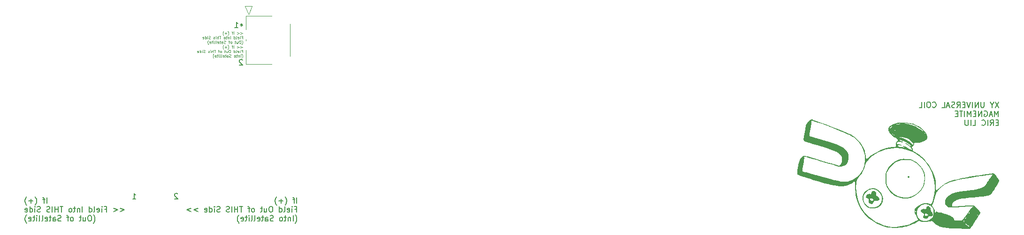
<source format=gbo>
%TF.GenerationSoftware,KiCad,Pcbnew,7.0.2-0*%
%TF.CreationDate,2024-05-09T13:19:14-07:00*%
%TF.ProjectId,New_Coil_Panel_Y,4e65775f-436f-4696-9c5f-50616e656c5f,2.0*%
%TF.SameCoordinates,Original*%
%TF.FileFunction,Legend,Bot*%
%TF.FilePolarity,Positive*%
%FSLAX46Y46*%
G04 Gerber Fmt 4.6, Leading zero omitted, Abs format (unit mm)*
G04 Created by KiCad (PCBNEW 7.0.2-0) date 2024-05-09 13:19:14*
%MOMM*%
%LPD*%
G01*
G04 APERTURE LIST*
%ADD10C,0.150000*%
%ADD11C,0.125000*%
%ADD12C,0.120000*%
%ADD13C,2.600000*%
%ADD14C,3.800000*%
%ADD15R,1.450000X1.100000*%
%ADD16R,2.899999X1.350000*%
G04 APERTURE END LIST*
D10*
X78263523Y-115646857D02*
X78215904Y-115599238D01*
X78215904Y-115599238D02*
X78120666Y-115551619D01*
X78120666Y-115551619D02*
X77882571Y-115551619D01*
X77882571Y-115551619D02*
X77787333Y-115599238D01*
X77787333Y-115599238D02*
X77739714Y-115646857D01*
X77739714Y-115646857D02*
X77692095Y-115742095D01*
X77692095Y-115742095D02*
X77692095Y-115837333D01*
X77692095Y-115837333D02*
X77739714Y-115980190D01*
X77739714Y-115980190D02*
X78311142Y-116551619D01*
X78311142Y-116551619D02*
X77692095Y-116551619D01*
X70142095Y-116551619D02*
X70713523Y-116551619D01*
X70427809Y-116551619D02*
X70427809Y-115551619D01*
X70427809Y-115551619D02*
X70523047Y-115694476D01*
X70523047Y-115694476D02*
X70618285Y-115789714D01*
X70618285Y-115789714D02*
X70713523Y-115837333D01*
D11*
X89604000Y-86459476D02*
X89984952Y-86602333D01*
X89984952Y-86602333D02*
X89604000Y-86745190D01*
X88984952Y-86459476D02*
X89365904Y-86602333D01*
X89365904Y-86602333D02*
X88984952Y-86745190D01*
X88365904Y-86792809D02*
X88365904Y-86292809D01*
X88199237Y-86459476D02*
X88008761Y-86459476D01*
X88127809Y-86792809D02*
X88127809Y-86364238D01*
X88127809Y-86364238D02*
X88103999Y-86316619D01*
X88103999Y-86316619D02*
X88056380Y-86292809D01*
X88056380Y-86292809D02*
X88008761Y-86292809D01*
X87318286Y-86983285D02*
X87342095Y-86959476D01*
X87342095Y-86959476D02*
X87389714Y-86888047D01*
X87389714Y-86888047D02*
X87413524Y-86840428D01*
X87413524Y-86840428D02*
X87437333Y-86769000D01*
X87437333Y-86769000D02*
X87461143Y-86649952D01*
X87461143Y-86649952D02*
X87461143Y-86554714D01*
X87461143Y-86554714D02*
X87437333Y-86435666D01*
X87437333Y-86435666D02*
X87413524Y-86364238D01*
X87413524Y-86364238D02*
X87389714Y-86316619D01*
X87389714Y-86316619D02*
X87342095Y-86245190D01*
X87342095Y-86245190D02*
X87318286Y-86221380D01*
X87127810Y-86602333D02*
X86746858Y-86602333D01*
X86937334Y-86792809D02*
X86937334Y-86411857D01*
X86556381Y-86983285D02*
X86532571Y-86959476D01*
X86532571Y-86959476D02*
X86484952Y-86888047D01*
X86484952Y-86888047D02*
X86461143Y-86840428D01*
X86461143Y-86840428D02*
X86437333Y-86769000D01*
X86437333Y-86769000D02*
X86413524Y-86649952D01*
X86413524Y-86649952D02*
X86413524Y-86554714D01*
X86413524Y-86554714D02*
X86437333Y-86435666D01*
X86437333Y-86435666D02*
X86461143Y-86364238D01*
X86461143Y-86364238D02*
X86484952Y-86316619D01*
X86484952Y-86316619D02*
X86532571Y-86245190D01*
X86532571Y-86245190D02*
X86556381Y-86221380D01*
X89818285Y-87340904D02*
X89984952Y-87340904D01*
X89984952Y-87602809D02*
X89984952Y-87102809D01*
X89984952Y-87102809D02*
X89746857Y-87102809D01*
X89556381Y-87602809D02*
X89556381Y-87269476D01*
X89556381Y-87102809D02*
X89580190Y-87126619D01*
X89580190Y-87126619D02*
X89556381Y-87150428D01*
X89556381Y-87150428D02*
X89532571Y-87126619D01*
X89532571Y-87126619D02*
X89556381Y-87102809D01*
X89556381Y-87102809D02*
X89556381Y-87150428D01*
X89127810Y-87579000D02*
X89175429Y-87602809D01*
X89175429Y-87602809D02*
X89270667Y-87602809D01*
X89270667Y-87602809D02*
X89318286Y-87579000D01*
X89318286Y-87579000D02*
X89342095Y-87531380D01*
X89342095Y-87531380D02*
X89342095Y-87340904D01*
X89342095Y-87340904D02*
X89318286Y-87293285D01*
X89318286Y-87293285D02*
X89270667Y-87269476D01*
X89270667Y-87269476D02*
X89175429Y-87269476D01*
X89175429Y-87269476D02*
X89127810Y-87293285D01*
X89127810Y-87293285D02*
X89104000Y-87340904D01*
X89104000Y-87340904D02*
X89104000Y-87388523D01*
X89104000Y-87388523D02*
X89342095Y-87436142D01*
X88818286Y-87602809D02*
X88865905Y-87579000D01*
X88865905Y-87579000D02*
X88889715Y-87531380D01*
X88889715Y-87531380D02*
X88889715Y-87102809D01*
X88413524Y-87602809D02*
X88413524Y-87102809D01*
X88413524Y-87579000D02*
X88461143Y-87602809D01*
X88461143Y-87602809D02*
X88556381Y-87602809D01*
X88556381Y-87602809D02*
X88604000Y-87579000D01*
X88604000Y-87579000D02*
X88627810Y-87555190D01*
X88627810Y-87555190D02*
X88651619Y-87507571D01*
X88651619Y-87507571D02*
X88651619Y-87364714D01*
X88651619Y-87364714D02*
X88627810Y-87317095D01*
X88627810Y-87317095D02*
X88604000Y-87293285D01*
X88604000Y-87293285D02*
X88556381Y-87269476D01*
X88556381Y-87269476D02*
X88461143Y-87269476D01*
X88461143Y-87269476D02*
X88413524Y-87293285D01*
X87794477Y-87602809D02*
X87794477Y-87102809D01*
X87556382Y-87269476D02*
X87556382Y-87602809D01*
X87556382Y-87317095D02*
X87532572Y-87293285D01*
X87532572Y-87293285D02*
X87484953Y-87269476D01*
X87484953Y-87269476D02*
X87413525Y-87269476D01*
X87413525Y-87269476D02*
X87365906Y-87293285D01*
X87365906Y-87293285D02*
X87342096Y-87340904D01*
X87342096Y-87340904D02*
X87342096Y-87602809D01*
X87175429Y-87269476D02*
X86984953Y-87269476D01*
X87104001Y-87102809D02*
X87104001Y-87531380D01*
X87104001Y-87531380D02*
X87080191Y-87579000D01*
X87080191Y-87579000D02*
X87032572Y-87602809D01*
X87032572Y-87602809D02*
X86984953Y-87602809D01*
X86746858Y-87602809D02*
X86794477Y-87579000D01*
X86794477Y-87579000D02*
X86818287Y-87555190D01*
X86818287Y-87555190D02*
X86842096Y-87507571D01*
X86842096Y-87507571D02*
X86842096Y-87364714D01*
X86842096Y-87364714D02*
X86818287Y-87317095D01*
X86818287Y-87317095D02*
X86794477Y-87293285D01*
X86794477Y-87293285D02*
X86746858Y-87269476D01*
X86746858Y-87269476D02*
X86675430Y-87269476D01*
X86675430Y-87269476D02*
X86627811Y-87293285D01*
X86627811Y-87293285D02*
X86604001Y-87317095D01*
X86604001Y-87317095D02*
X86580192Y-87364714D01*
X86580192Y-87364714D02*
X86580192Y-87507571D01*
X86580192Y-87507571D02*
X86604001Y-87555190D01*
X86604001Y-87555190D02*
X86627811Y-87579000D01*
X86627811Y-87579000D02*
X86675430Y-87602809D01*
X86675430Y-87602809D02*
X86746858Y-87602809D01*
X86056382Y-87102809D02*
X85770668Y-87102809D01*
X85913525Y-87602809D02*
X85913525Y-87102809D01*
X85604002Y-87602809D02*
X85604002Y-87102809D01*
X85389716Y-87602809D02*
X85389716Y-87340904D01*
X85389716Y-87340904D02*
X85413526Y-87293285D01*
X85413526Y-87293285D02*
X85461145Y-87269476D01*
X85461145Y-87269476D02*
X85532573Y-87269476D01*
X85532573Y-87269476D02*
X85580192Y-87293285D01*
X85580192Y-87293285D02*
X85604002Y-87317095D01*
X85151621Y-87602809D02*
X85151621Y-87269476D01*
X85151621Y-87102809D02*
X85175430Y-87126619D01*
X85175430Y-87126619D02*
X85151621Y-87150428D01*
X85151621Y-87150428D02*
X85127811Y-87126619D01*
X85127811Y-87126619D02*
X85151621Y-87102809D01*
X85151621Y-87102809D02*
X85151621Y-87150428D01*
X84937335Y-87579000D02*
X84889716Y-87602809D01*
X84889716Y-87602809D02*
X84794478Y-87602809D01*
X84794478Y-87602809D02*
X84746859Y-87579000D01*
X84746859Y-87579000D02*
X84723050Y-87531380D01*
X84723050Y-87531380D02*
X84723050Y-87507571D01*
X84723050Y-87507571D02*
X84746859Y-87459952D01*
X84746859Y-87459952D02*
X84794478Y-87436142D01*
X84794478Y-87436142D02*
X84865907Y-87436142D01*
X84865907Y-87436142D02*
X84913526Y-87412333D01*
X84913526Y-87412333D02*
X84937335Y-87364714D01*
X84937335Y-87364714D02*
X84937335Y-87340904D01*
X84937335Y-87340904D02*
X84913526Y-87293285D01*
X84913526Y-87293285D02*
X84865907Y-87269476D01*
X84865907Y-87269476D02*
X84794478Y-87269476D01*
X84794478Y-87269476D02*
X84746859Y-87293285D01*
X84151621Y-87579000D02*
X84080193Y-87602809D01*
X84080193Y-87602809D02*
X83961145Y-87602809D01*
X83961145Y-87602809D02*
X83913526Y-87579000D01*
X83913526Y-87579000D02*
X83889717Y-87555190D01*
X83889717Y-87555190D02*
X83865907Y-87507571D01*
X83865907Y-87507571D02*
X83865907Y-87459952D01*
X83865907Y-87459952D02*
X83889717Y-87412333D01*
X83889717Y-87412333D02*
X83913526Y-87388523D01*
X83913526Y-87388523D02*
X83961145Y-87364714D01*
X83961145Y-87364714D02*
X84056383Y-87340904D01*
X84056383Y-87340904D02*
X84104002Y-87317095D01*
X84104002Y-87317095D02*
X84127812Y-87293285D01*
X84127812Y-87293285D02*
X84151621Y-87245666D01*
X84151621Y-87245666D02*
X84151621Y-87198047D01*
X84151621Y-87198047D02*
X84127812Y-87150428D01*
X84127812Y-87150428D02*
X84104002Y-87126619D01*
X84104002Y-87126619D02*
X84056383Y-87102809D01*
X84056383Y-87102809D02*
X83937336Y-87102809D01*
X83937336Y-87102809D02*
X83865907Y-87126619D01*
X83651622Y-87602809D02*
X83651622Y-87269476D01*
X83651622Y-87102809D02*
X83675431Y-87126619D01*
X83675431Y-87126619D02*
X83651622Y-87150428D01*
X83651622Y-87150428D02*
X83627812Y-87126619D01*
X83627812Y-87126619D02*
X83651622Y-87102809D01*
X83651622Y-87102809D02*
X83651622Y-87150428D01*
X83199241Y-87602809D02*
X83199241Y-87102809D01*
X83199241Y-87579000D02*
X83246860Y-87602809D01*
X83246860Y-87602809D02*
X83342098Y-87602809D01*
X83342098Y-87602809D02*
X83389717Y-87579000D01*
X83389717Y-87579000D02*
X83413527Y-87555190D01*
X83413527Y-87555190D02*
X83437336Y-87507571D01*
X83437336Y-87507571D02*
X83437336Y-87364714D01*
X83437336Y-87364714D02*
X83413527Y-87317095D01*
X83413527Y-87317095D02*
X83389717Y-87293285D01*
X83389717Y-87293285D02*
X83342098Y-87269476D01*
X83342098Y-87269476D02*
X83246860Y-87269476D01*
X83246860Y-87269476D02*
X83199241Y-87293285D01*
X82770670Y-87579000D02*
X82818289Y-87602809D01*
X82818289Y-87602809D02*
X82913527Y-87602809D01*
X82913527Y-87602809D02*
X82961146Y-87579000D01*
X82961146Y-87579000D02*
X82984955Y-87531380D01*
X82984955Y-87531380D02*
X82984955Y-87340904D01*
X82984955Y-87340904D02*
X82961146Y-87293285D01*
X82961146Y-87293285D02*
X82913527Y-87269476D01*
X82913527Y-87269476D02*
X82818289Y-87269476D01*
X82818289Y-87269476D02*
X82770670Y-87293285D01*
X82770670Y-87293285D02*
X82746860Y-87340904D01*
X82746860Y-87340904D02*
X82746860Y-87388523D01*
X82746860Y-87388523D02*
X82984955Y-87436142D01*
X89842095Y-88603285D02*
X89865904Y-88579476D01*
X89865904Y-88579476D02*
X89913523Y-88508047D01*
X89913523Y-88508047D02*
X89937333Y-88460428D01*
X89937333Y-88460428D02*
X89961142Y-88389000D01*
X89961142Y-88389000D02*
X89984952Y-88269952D01*
X89984952Y-88269952D02*
X89984952Y-88174714D01*
X89984952Y-88174714D02*
X89961142Y-88055666D01*
X89961142Y-88055666D02*
X89937333Y-87984238D01*
X89937333Y-87984238D02*
X89913523Y-87936619D01*
X89913523Y-87936619D02*
X89865904Y-87865190D01*
X89865904Y-87865190D02*
X89842095Y-87841380D01*
X89556381Y-87912809D02*
X89461143Y-87912809D01*
X89461143Y-87912809D02*
X89413524Y-87936619D01*
X89413524Y-87936619D02*
X89365905Y-87984238D01*
X89365905Y-87984238D02*
X89342095Y-88079476D01*
X89342095Y-88079476D02*
X89342095Y-88246142D01*
X89342095Y-88246142D02*
X89365905Y-88341380D01*
X89365905Y-88341380D02*
X89413524Y-88389000D01*
X89413524Y-88389000D02*
X89461143Y-88412809D01*
X89461143Y-88412809D02*
X89556381Y-88412809D01*
X89556381Y-88412809D02*
X89604000Y-88389000D01*
X89604000Y-88389000D02*
X89651619Y-88341380D01*
X89651619Y-88341380D02*
X89675428Y-88246142D01*
X89675428Y-88246142D02*
X89675428Y-88079476D01*
X89675428Y-88079476D02*
X89651619Y-87984238D01*
X89651619Y-87984238D02*
X89604000Y-87936619D01*
X89604000Y-87936619D02*
X89556381Y-87912809D01*
X88913523Y-88079476D02*
X88913523Y-88412809D01*
X89127809Y-88079476D02*
X89127809Y-88341380D01*
X89127809Y-88341380D02*
X89103999Y-88389000D01*
X89103999Y-88389000D02*
X89056380Y-88412809D01*
X89056380Y-88412809D02*
X88984952Y-88412809D01*
X88984952Y-88412809D02*
X88937333Y-88389000D01*
X88937333Y-88389000D02*
X88913523Y-88365190D01*
X88746856Y-88079476D02*
X88556380Y-88079476D01*
X88675428Y-87912809D02*
X88675428Y-88341380D01*
X88675428Y-88341380D02*
X88651618Y-88389000D01*
X88651618Y-88389000D02*
X88603999Y-88412809D01*
X88603999Y-88412809D02*
X88556380Y-88412809D01*
X87937333Y-88412809D02*
X87984952Y-88389000D01*
X87984952Y-88389000D02*
X88008762Y-88365190D01*
X88008762Y-88365190D02*
X88032571Y-88317571D01*
X88032571Y-88317571D02*
X88032571Y-88174714D01*
X88032571Y-88174714D02*
X88008762Y-88127095D01*
X88008762Y-88127095D02*
X87984952Y-88103285D01*
X87984952Y-88103285D02*
X87937333Y-88079476D01*
X87937333Y-88079476D02*
X87865905Y-88079476D01*
X87865905Y-88079476D02*
X87818286Y-88103285D01*
X87818286Y-88103285D02*
X87794476Y-88127095D01*
X87794476Y-88127095D02*
X87770667Y-88174714D01*
X87770667Y-88174714D02*
X87770667Y-88317571D01*
X87770667Y-88317571D02*
X87794476Y-88365190D01*
X87794476Y-88365190D02*
X87818286Y-88389000D01*
X87818286Y-88389000D02*
X87865905Y-88412809D01*
X87865905Y-88412809D02*
X87937333Y-88412809D01*
X87627809Y-88079476D02*
X87437333Y-88079476D01*
X87556381Y-88412809D02*
X87556381Y-87984238D01*
X87556381Y-87984238D02*
X87532571Y-87936619D01*
X87532571Y-87936619D02*
X87484952Y-87912809D01*
X87484952Y-87912809D02*
X87437333Y-87912809D01*
X86913524Y-88389000D02*
X86842096Y-88412809D01*
X86842096Y-88412809D02*
X86723048Y-88412809D01*
X86723048Y-88412809D02*
X86675429Y-88389000D01*
X86675429Y-88389000D02*
X86651620Y-88365190D01*
X86651620Y-88365190D02*
X86627810Y-88317571D01*
X86627810Y-88317571D02*
X86627810Y-88269952D01*
X86627810Y-88269952D02*
X86651620Y-88222333D01*
X86651620Y-88222333D02*
X86675429Y-88198523D01*
X86675429Y-88198523D02*
X86723048Y-88174714D01*
X86723048Y-88174714D02*
X86818286Y-88150904D01*
X86818286Y-88150904D02*
X86865905Y-88127095D01*
X86865905Y-88127095D02*
X86889715Y-88103285D01*
X86889715Y-88103285D02*
X86913524Y-88055666D01*
X86913524Y-88055666D02*
X86913524Y-88008047D01*
X86913524Y-88008047D02*
X86889715Y-87960428D01*
X86889715Y-87960428D02*
X86865905Y-87936619D01*
X86865905Y-87936619D02*
X86818286Y-87912809D01*
X86818286Y-87912809D02*
X86699239Y-87912809D01*
X86699239Y-87912809D02*
X86627810Y-87936619D01*
X86199239Y-88412809D02*
X86199239Y-88150904D01*
X86199239Y-88150904D02*
X86223049Y-88103285D01*
X86223049Y-88103285D02*
X86270668Y-88079476D01*
X86270668Y-88079476D02*
X86365906Y-88079476D01*
X86365906Y-88079476D02*
X86413525Y-88103285D01*
X86199239Y-88389000D02*
X86246858Y-88412809D01*
X86246858Y-88412809D02*
X86365906Y-88412809D01*
X86365906Y-88412809D02*
X86413525Y-88389000D01*
X86413525Y-88389000D02*
X86437334Y-88341380D01*
X86437334Y-88341380D02*
X86437334Y-88293761D01*
X86437334Y-88293761D02*
X86413525Y-88246142D01*
X86413525Y-88246142D02*
X86365906Y-88222333D01*
X86365906Y-88222333D02*
X86246858Y-88222333D01*
X86246858Y-88222333D02*
X86199239Y-88198523D01*
X86032572Y-88079476D02*
X85842096Y-88079476D01*
X85961144Y-87912809D02*
X85961144Y-88341380D01*
X85961144Y-88341380D02*
X85937334Y-88389000D01*
X85937334Y-88389000D02*
X85889715Y-88412809D01*
X85889715Y-88412809D02*
X85842096Y-88412809D01*
X85484954Y-88389000D02*
X85532573Y-88412809D01*
X85532573Y-88412809D02*
X85627811Y-88412809D01*
X85627811Y-88412809D02*
X85675430Y-88389000D01*
X85675430Y-88389000D02*
X85699239Y-88341380D01*
X85699239Y-88341380D02*
X85699239Y-88150904D01*
X85699239Y-88150904D02*
X85675430Y-88103285D01*
X85675430Y-88103285D02*
X85627811Y-88079476D01*
X85627811Y-88079476D02*
X85532573Y-88079476D01*
X85532573Y-88079476D02*
X85484954Y-88103285D01*
X85484954Y-88103285D02*
X85461144Y-88150904D01*
X85461144Y-88150904D02*
X85461144Y-88198523D01*
X85461144Y-88198523D02*
X85699239Y-88246142D01*
X85175430Y-88412809D02*
X85223049Y-88389000D01*
X85223049Y-88389000D02*
X85246859Y-88341380D01*
X85246859Y-88341380D02*
X85246859Y-87912809D01*
X84913525Y-88412809D02*
X84961144Y-88389000D01*
X84961144Y-88389000D02*
X84984954Y-88341380D01*
X84984954Y-88341380D02*
X84984954Y-87912809D01*
X84723049Y-88412809D02*
X84723049Y-88079476D01*
X84723049Y-87912809D02*
X84746858Y-87936619D01*
X84746858Y-87936619D02*
X84723049Y-87960428D01*
X84723049Y-87960428D02*
X84699239Y-87936619D01*
X84699239Y-87936619D02*
X84723049Y-87912809D01*
X84723049Y-87912809D02*
X84723049Y-87960428D01*
X84556382Y-88079476D02*
X84365906Y-88079476D01*
X84484954Y-87912809D02*
X84484954Y-88341380D01*
X84484954Y-88341380D02*
X84461144Y-88389000D01*
X84461144Y-88389000D02*
X84413525Y-88412809D01*
X84413525Y-88412809D02*
X84365906Y-88412809D01*
X84008764Y-88389000D02*
X84056383Y-88412809D01*
X84056383Y-88412809D02*
X84151621Y-88412809D01*
X84151621Y-88412809D02*
X84199240Y-88389000D01*
X84199240Y-88389000D02*
X84223049Y-88341380D01*
X84223049Y-88341380D02*
X84223049Y-88150904D01*
X84223049Y-88150904D02*
X84199240Y-88103285D01*
X84199240Y-88103285D02*
X84151621Y-88079476D01*
X84151621Y-88079476D02*
X84056383Y-88079476D01*
X84056383Y-88079476D02*
X84008764Y-88103285D01*
X84008764Y-88103285D02*
X83984954Y-88150904D01*
X83984954Y-88150904D02*
X83984954Y-88198523D01*
X83984954Y-88198523D02*
X84223049Y-88246142D01*
X83818288Y-88603285D02*
X83794478Y-88579476D01*
X83794478Y-88579476D02*
X83746859Y-88508047D01*
X83746859Y-88508047D02*
X83723050Y-88460428D01*
X83723050Y-88460428D02*
X83699240Y-88389000D01*
X83699240Y-88389000D02*
X83675431Y-88269952D01*
X83675431Y-88269952D02*
X83675431Y-88174714D01*
X83675431Y-88174714D02*
X83699240Y-88055666D01*
X83699240Y-88055666D02*
X83723050Y-87984238D01*
X83723050Y-87984238D02*
X83746859Y-87936619D01*
X83746859Y-87936619D02*
X83794478Y-87865190D01*
X83794478Y-87865190D02*
X83818288Y-87841380D01*
X89604000Y-88959476D02*
X89984952Y-89102333D01*
X89984952Y-89102333D02*
X89604000Y-89245190D01*
X88984952Y-88959476D02*
X89365904Y-89102333D01*
X89365904Y-89102333D02*
X88984952Y-89245190D01*
X88365904Y-89292809D02*
X88365904Y-88792809D01*
X88199237Y-88959476D02*
X88008761Y-88959476D01*
X88127809Y-89292809D02*
X88127809Y-88864238D01*
X88127809Y-88864238D02*
X88103999Y-88816619D01*
X88103999Y-88816619D02*
X88056380Y-88792809D01*
X88056380Y-88792809D02*
X88008761Y-88792809D01*
X87318286Y-89483285D02*
X87342095Y-89459476D01*
X87342095Y-89459476D02*
X87389714Y-89388047D01*
X87389714Y-89388047D02*
X87413524Y-89340428D01*
X87413524Y-89340428D02*
X87437333Y-89269000D01*
X87437333Y-89269000D02*
X87461143Y-89149952D01*
X87461143Y-89149952D02*
X87461143Y-89054714D01*
X87461143Y-89054714D02*
X87437333Y-88935666D01*
X87437333Y-88935666D02*
X87413524Y-88864238D01*
X87413524Y-88864238D02*
X87389714Y-88816619D01*
X87389714Y-88816619D02*
X87342095Y-88745190D01*
X87342095Y-88745190D02*
X87318286Y-88721380D01*
X87127810Y-89102333D02*
X86746858Y-89102333D01*
X86937334Y-89292809D02*
X86937334Y-88911857D01*
X86556381Y-89483285D02*
X86532571Y-89459476D01*
X86532571Y-89459476D02*
X86484952Y-89388047D01*
X86484952Y-89388047D02*
X86461143Y-89340428D01*
X86461143Y-89340428D02*
X86437333Y-89269000D01*
X86437333Y-89269000D02*
X86413524Y-89149952D01*
X86413524Y-89149952D02*
X86413524Y-89054714D01*
X86413524Y-89054714D02*
X86437333Y-88935666D01*
X86437333Y-88935666D02*
X86461143Y-88864238D01*
X86461143Y-88864238D02*
X86484952Y-88816619D01*
X86484952Y-88816619D02*
X86532571Y-88745190D01*
X86532571Y-88745190D02*
X86556381Y-88721380D01*
X89818285Y-89840904D02*
X89984952Y-89840904D01*
X89984952Y-90102809D02*
X89984952Y-89602809D01*
X89984952Y-89602809D02*
X89746857Y-89602809D01*
X89556381Y-90102809D02*
X89556381Y-89769476D01*
X89556381Y-89602809D02*
X89580190Y-89626619D01*
X89580190Y-89626619D02*
X89556381Y-89650428D01*
X89556381Y-89650428D02*
X89532571Y-89626619D01*
X89532571Y-89626619D02*
X89556381Y-89602809D01*
X89556381Y-89602809D02*
X89556381Y-89650428D01*
X89127810Y-90079000D02*
X89175429Y-90102809D01*
X89175429Y-90102809D02*
X89270667Y-90102809D01*
X89270667Y-90102809D02*
X89318286Y-90079000D01*
X89318286Y-90079000D02*
X89342095Y-90031380D01*
X89342095Y-90031380D02*
X89342095Y-89840904D01*
X89342095Y-89840904D02*
X89318286Y-89793285D01*
X89318286Y-89793285D02*
X89270667Y-89769476D01*
X89270667Y-89769476D02*
X89175429Y-89769476D01*
X89175429Y-89769476D02*
X89127810Y-89793285D01*
X89127810Y-89793285D02*
X89104000Y-89840904D01*
X89104000Y-89840904D02*
X89104000Y-89888523D01*
X89104000Y-89888523D02*
X89342095Y-89936142D01*
X88818286Y-90102809D02*
X88865905Y-90079000D01*
X88865905Y-90079000D02*
X88889715Y-90031380D01*
X88889715Y-90031380D02*
X88889715Y-89602809D01*
X88413524Y-90102809D02*
X88413524Y-89602809D01*
X88413524Y-90079000D02*
X88461143Y-90102809D01*
X88461143Y-90102809D02*
X88556381Y-90102809D01*
X88556381Y-90102809D02*
X88604000Y-90079000D01*
X88604000Y-90079000D02*
X88627810Y-90055190D01*
X88627810Y-90055190D02*
X88651619Y-90007571D01*
X88651619Y-90007571D02*
X88651619Y-89864714D01*
X88651619Y-89864714D02*
X88627810Y-89817095D01*
X88627810Y-89817095D02*
X88604000Y-89793285D01*
X88604000Y-89793285D02*
X88556381Y-89769476D01*
X88556381Y-89769476D02*
X88461143Y-89769476D01*
X88461143Y-89769476D02*
X88413524Y-89793285D01*
X87699239Y-89602809D02*
X87604001Y-89602809D01*
X87604001Y-89602809D02*
X87556382Y-89626619D01*
X87556382Y-89626619D02*
X87508763Y-89674238D01*
X87508763Y-89674238D02*
X87484953Y-89769476D01*
X87484953Y-89769476D02*
X87484953Y-89936142D01*
X87484953Y-89936142D02*
X87508763Y-90031380D01*
X87508763Y-90031380D02*
X87556382Y-90079000D01*
X87556382Y-90079000D02*
X87604001Y-90102809D01*
X87604001Y-90102809D02*
X87699239Y-90102809D01*
X87699239Y-90102809D02*
X87746858Y-90079000D01*
X87746858Y-90079000D02*
X87794477Y-90031380D01*
X87794477Y-90031380D02*
X87818286Y-89936142D01*
X87818286Y-89936142D02*
X87818286Y-89769476D01*
X87818286Y-89769476D02*
X87794477Y-89674238D01*
X87794477Y-89674238D02*
X87746858Y-89626619D01*
X87746858Y-89626619D02*
X87699239Y-89602809D01*
X87056381Y-89769476D02*
X87056381Y-90102809D01*
X87270667Y-89769476D02*
X87270667Y-90031380D01*
X87270667Y-90031380D02*
X87246857Y-90079000D01*
X87246857Y-90079000D02*
X87199238Y-90102809D01*
X87199238Y-90102809D02*
X87127810Y-90102809D01*
X87127810Y-90102809D02*
X87080191Y-90079000D01*
X87080191Y-90079000D02*
X87056381Y-90055190D01*
X86889714Y-89769476D02*
X86699238Y-89769476D01*
X86818286Y-89602809D02*
X86818286Y-90031380D01*
X86818286Y-90031380D02*
X86794476Y-90079000D01*
X86794476Y-90079000D02*
X86746857Y-90102809D01*
X86746857Y-90102809D02*
X86699238Y-90102809D01*
X86080191Y-90102809D02*
X86127810Y-90079000D01*
X86127810Y-90079000D02*
X86151620Y-90055190D01*
X86151620Y-90055190D02*
X86175429Y-90007571D01*
X86175429Y-90007571D02*
X86175429Y-89864714D01*
X86175429Y-89864714D02*
X86151620Y-89817095D01*
X86151620Y-89817095D02*
X86127810Y-89793285D01*
X86127810Y-89793285D02*
X86080191Y-89769476D01*
X86080191Y-89769476D02*
X86008763Y-89769476D01*
X86008763Y-89769476D02*
X85961144Y-89793285D01*
X85961144Y-89793285D02*
X85937334Y-89817095D01*
X85937334Y-89817095D02*
X85913525Y-89864714D01*
X85913525Y-89864714D02*
X85913525Y-90007571D01*
X85913525Y-90007571D02*
X85937334Y-90055190D01*
X85937334Y-90055190D02*
X85961144Y-90079000D01*
X85961144Y-90079000D02*
X86008763Y-90102809D01*
X86008763Y-90102809D02*
X86080191Y-90102809D01*
X85770667Y-89769476D02*
X85580191Y-89769476D01*
X85699239Y-90102809D02*
X85699239Y-89674238D01*
X85699239Y-89674238D02*
X85675429Y-89626619D01*
X85675429Y-89626619D02*
X85627810Y-89602809D01*
X85627810Y-89602809D02*
X85580191Y-89602809D01*
X85104001Y-89602809D02*
X84818287Y-89602809D01*
X84961144Y-90102809D02*
X84961144Y-89602809D01*
X84651621Y-90102809D02*
X84651621Y-89602809D01*
X84437335Y-90102809D02*
X84437335Y-89840904D01*
X84437335Y-89840904D02*
X84461145Y-89793285D01*
X84461145Y-89793285D02*
X84508764Y-89769476D01*
X84508764Y-89769476D02*
X84580192Y-89769476D01*
X84580192Y-89769476D02*
X84627811Y-89793285D01*
X84627811Y-89793285D02*
X84651621Y-89817095D01*
X84199240Y-90102809D02*
X84199240Y-89769476D01*
X84199240Y-89602809D02*
X84223049Y-89626619D01*
X84223049Y-89626619D02*
X84199240Y-89650428D01*
X84199240Y-89650428D02*
X84175430Y-89626619D01*
X84175430Y-89626619D02*
X84199240Y-89602809D01*
X84199240Y-89602809D02*
X84199240Y-89650428D01*
X83984954Y-90079000D02*
X83937335Y-90102809D01*
X83937335Y-90102809D02*
X83842097Y-90102809D01*
X83842097Y-90102809D02*
X83794478Y-90079000D01*
X83794478Y-90079000D02*
X83770669Y-90031380D01*
X83770669Y-90031380D02*
X83770669Y-90007571D01*
X83770669Y-90007571D02*
X83794478Y-89959952D01*
X83794478Y-89959952D02*
X83842097Y-89936142D01*
X83842097Y-89936142D02*
X83913526Y-89936142D01*
X83913526Y-89936142D02*
X83961145Y-89912333D01*
X83961145Y-89912333D02*
X83984954Y-89864714D01*
X83984954Y-89864714D02*
X83984954Y-89840904D01*
X83984954Y-89840904D02*
X83961145Y-89793285D01*
X83961145Y-89793285D02*
X83913526Y-89769476D01*
X83913526Y-89769476D02*
X83842097Y-89769476D01*
X83842097Y-89769476D02*
X83794478Y-89793285D01*
X83199240Y-90079000D02*
X83127812Y-90102809D01*
X83127812Y-90102809D02*
X83008764Y-90102809D01*
X83008764Y-90102809D02*
X82961145Y-90079000D01*
X82961145Y-90079000D02*
X82937336Y-90055190D01*
X82937336Y-90055190D02*
X82913526Y-90007571D01*
X82913526Y-90007571D02*
X82913526Y-89959952D01*
X82913526Y-89959952D02*
X82937336Y-89912333D01*
X82937336Y-89912333D02*
X82961145Y-89888523D01*
X82961145Y-89888523D02*
X83008764Y-89864714D01*
X83008764Y-89864714D02*
X83104002Y-89840904D01*
X83104002Y-89840904D02*
X83151621Y-89817095D01*
X83151621Y-89817095D02*
X83175431Y-89793285D01*
X83175431Y-89793285D02*
X83199240Y-89745666D01*
X83199240Y-89745666D02*
X83199240Y-89698047D01*
X83199240Y-89698047D02*
X83175431Y-89650428D01*
X83175431Y-89650428D02*
X83151621Y-89626619D01*
X83151621Y-89626619D02*
X83104002Y-89602809D01*
X83104002Y-89602809D02*
X82984955Y-89602809D01*
X82984955Y-89602809D02*
X82913526Y-89626619D01*
X82699241Y-90102809D02*
X82699241Y-89769476D01*
X82699241Y-89602809D02*
X82723050Y-89626619D01*
X82723050Y-89626619D02*
X82699241Y-89650428D01*
X82699241Y-89650428D02*
X82675431Y-89626619D01*
X82675431Y-89626619D02*
X82699241Y-89602809D01*
X82699241Y-89602809D02*
X82699241Y-89650428D01*
X82246860Y-90102809D02*
X82246860Y-89602809D01*
X82246860Y-90079000D02*
X82294479Y-90102809D01*
X82294479Y-90102809D02*
X82389717Y-90102809D01*
X82389717Y-90102809D02*
X82437336Y-90079000D01*
X82437336Y-90079000D02*
X82461146Y-90055190D01*
X82461146Y-90055190D02*
X82484955Y-90007571D01*
X82484955Y-90007571D02*
X82484955Y-89864714D01*
X82484955Y-89864714D02*
X82461146Y-89817095D01*
X82461146Y-89817095D02*
X82437336Y-89793285D01*
X82437336Y-89793285D02*
X82389717Y-89769476D01*
X82389717Y-89769476D02*
X82294479Y-89769476D01*
X82294479Y-89769476D02*
X82246860Y-89793285D01*
X81818289Y-90079000D02*
X81865908Y-90102809D01*
X81865908Y-90102809D02*
X81961146Y-90102809D01*
X81961146Y-90102809D02*
X82008765Y-90079000D01*
X82008765Y-90079000D02*
X82032574Y-90031380D01*
X82032574Y-90031380D02*
X82032574Y-89840904D01*
X82032574Y-89840904D02*
X82008765Y-89793285D01*
X82008765Y-89793285D02*
X81961146Y-89769476D01*
X81961146Y-89769476D02*
X81865908Y-89769476D01*
X81865908Y-89769476D02*
X81818289Y-89793285D01*
X81818289Y-89793285D02*
X81794479Y-89840904D01*
X81794479Y-89840904D02*
X81794479Y-89888523D01*
X81794479Y-89888523D02*
X82032574Y-89936142D01*
X89842095Y-91103285D02*
X89865904Y-91079476D01*
X89865904Y-91079476D02*
X89913523Y-91008047D01*
X89913523Y-91008047D02*
X89937333Y-90960428D01*
X89937333Y-90960428D02*
X89961142Y-90889000D01*
X89961142Y-90889000D02*
X89984952Y-90769952D01*
X89984952Y-90769952D02*
X89984952Y-90674714D01*
X89984952Y-90674714D02*
X89961142Y-90555666D01*
X89961142Y-90555666D02*
X89937333Y-90484238D01*
X89937333Y-90484238D02*
X89913523Y-90436619D01*
X89913523Y-90436619D02*
X89865904Y-90365190D01*
X89865904Y-90365190D02*
X89842095Y-90341380D01*
X89651619Y-90912809D02*
X89651619Y-90412809D01*
X89413524Y-90579476D02*
X89413524Y-90912809D01*
X89413524Y-90627095D02*
X89389714Y-90603285D01*
X89389714Y-90603285D02*
X89342095Y-90579476D01*
X89342095Y-90579476D02*
X89270667Y-90579476D01*
X89270667Y-90579476D02*
X89223048Y-90603285D01*
X89223048Y-90603285D02*
X89199238Y-90650904D01*
X89199238Y-90650904D02*
X89199238Y-90912809D01*
X89032571Y-90579476D02*
X88842095Y-90579476D01*
X88961143Y-90412809D02*
X88961143Y-90841380D01*
X88961143Y-90841380D02*
X88937333Y-90889000D01*
X88937333Y-90889000D02*
X88889714Y-90912809D01*
X88889714Y-90912809D02*
X88842095Y-90912809D01*
X88604000Y-90912809D02*
X88651619Y-90889000D01*
X88651619Y-90889000D02*
X88675429Y-90865190D01*
X88675429Y-90865190D02*
X88699238Y-90817571D01*
X88699238Y-90817571D02*
X88699238Y-90674714D01*
X88699238Y-90674714D02*
X88675429Y-90627095D01*
X88675429Y-90627095D02*
X88651619Y-90603285D01*
X88651619Y-90603285D02*
X88604000Y-90579476D01*
X88604000Y-90579476D02*
X88532572Y-90579476D01*
X88532572Y-90579476D02*
X88484953Y-90603285D01*
X88484953Y-90603285D02*
X88461143Y-90627095D01*
X88461143Y-90627095D02*
X88437334Y-90674714D01*
X88437334Y-90674714D02*
X88437334Y-90817571D01*
X88437334Y-90817571D02*
X88461143Y-90865190D01*
X88461143Y-90865190D02*
X88484953Y-90889000D01*
X88484953Y-90889000D02*
X88532572Y-90912809D01*
X88532572Y-90912809D02*
X88604000Y-90912809D01*
X87865905Y-90889000D02*
X87794477Y-90912809D01*
X87794477Y-90912809D02*
X87675429Y-90912809D01*
X87675429Y-90912809D02*
X87627810Y-90889000D01*
X87627810Y-90889000D02*
X87604001Y-90865190D01*
X87604001Y-90865190D02*
X87580191Y-90817571D01*
X87580191Y-90817571D02*
X87580191Y-90769952D01*
X87580191Y-90769952D02*
X87604001Y-90722333D01*
X87604001Y-90722333D02*
X87627810Y-90698523D01*
X87627810Y-90698523D02*
X87675429Y-90674714D01*
X87675429Y-90674714D02*
X87770667Y-90650904D01*
X87770667Y-90650904D02*
X87818286Y-90627095D01*
X87818286Y-90627095D02*
X87842096Y-90603285D01*
X87842096Y-90603285D02*
X87865905Y-90555666D01*
X87865905Y-90555666D02*
X87865905Y-90508047D01*
X87865905Y-90508047D02*
X87842096Y-90460428D01*
X87842096Y-90460428D02*
X87818286Y-90436619D01*
X87818286Y-90436619D02*
X87770667Y-90412809D01*
X87770667Y-90412809D02*
X87651620Y-90412809D01*
X87651620Y-90412809D02*
X87580191Y-90436619D01*
X87151620Y-90912809D02*
X87151620Y-90650904D01*
X87151620Y-90650904D02*
X87175430Y-90603285D01*
X87175430Y-90603285D02*
X87223049Y-90579476D01*
X87223049Y-90579476D02*
X87318287Y-90579476D01*
X87318287Y-90579476D02*
X87365906Y-90603285D01*
X87151620Y-90889000D02*
X87199239Y-90912809D01*
X87199239Y-90912809D02*
X87318287Y-90912809D01*
X87318287Y-90912809D02*
X87365906Y-90889000D01*
X87365906Y-90889000D02*
X87389715Y-90841380D01*
X87389715Y-90841380D02*
X87389715Y-90793761D01*
X87389715Y-90793761D02*
X87365906Y-90746142D01*
X87365906Y-90746142D02*
X87318287Y-90722333D01*
X87318287Y-90722333D02*
X87199239Y-90722333D01*
X87199239Y-90722333D02*
X87151620Y-90698523D01*
X86984953Y-90579476D02*
X86794477Y-90579476D01*
X86913525Y-90412809D02*
X86913525Y-90841380D01*
X86913525Y-90841380D02*
X86889715Y-90889000D01*
X86889715Y-90889000D02*
X86842096Y-90912809D01*
X86842096Y-90912809D02*
X86794477Y-90912809D01*
X86437335Y-90889000D02*
X86484954Y-90912809D01*
X86484954Y-90912809D02*
X86580192Y-90912809D01*
X86580192Y-90912809D02*
X86627811Y-90889000D01*
X86627811Y-90889000D02*
X86651620Y-90841380D01*
X86651620Y-90841380D02*
X86651620Y-90650904D01*
X86651620Y-90650904D02*
X86627811Y-90603285D01*
X86627811Y-90603285D02*
X86580192Y-90579476D01*
X86580192Y-90579476D02*
X86484954Y-90579476D01*
X86484954Y-90579476D02*
X86437335Y-90603285D01*
X86437335Y-90603285D02*
X86413525Y-90650904D01*
X86413525Y-90650904D02*
X86413525Y-90698523D01*
X86413525Y-90698523D02*
X86651620Y-90746142D01*
X86127811Y-90912809D02*
X86175430Y-90889000D01*
X86175430Y-90889000D02*
X86199240Y-90841380D01*
X86199240Y-90841380D02*
X86199240Y-90412809D01*
X85865906Y-90912809D02*
X85913525Y-90889000D01*
X85913525Y-90889000D02*
X85937335Y-90841380D01*
X85937335Y-90841380D02*
X85937335Y-90412809D01*
X85675430Y-90912809D02*
X85675430Y-90579476D01*
X85675430Y-90412809D02*
X85699239Y-90436619D01*
X85699239Y-90436619D02*
X85675430Y-90460428D01*
X85675430Y-90460428D02*
X85651620Y-90436619D01*
X85651620Y-90436619D02*
X85675430Y-90412809D01*
X85675430Y-90412809D02*
X85675430Y-90460428D01*
X85508763Y-90579476D02*
X85318287Y-90579476D01*
X85437335Y-90412809D02*
X85437335Y-90841380D01*
X85437335Y-90841380D02*
X85413525Y-90889000D01*
X85413525Y-90889000D02*
X85365906Y-90912809D01*
X85365906Y-90912809D02*
X85318287Y-90912809D01*
X84961145Y-90889000D02*
X85008764Y-90912809D01*
X85008764Y-90912809D02*
X85104002Y-90912809D01*
X85104002Y-90912809D02*
X85151621Y-90889000D01*
X85151621Y-90889000D02*
X85175430Y-90841380D01*
X85175430Y-90841380D02*
X85175430Y-90650904D01*
X85175430Y-90650904D02*
X85151621Y-90603285D01*
X85151621Y-90603285D02*
X85104002Y-90579476D01*
X85104002Y-90579476D02*
X85008764Y-90579476D01*
X85008764Y-90579476D02*
X84961145Y-90603285D01*
X84961145Y-90603285D02*
X84937335Y-90650904D01*
X84937335Y-90650904D02*
X84937335Y-90698523D01*
X84937335Y-90698523D02*
X85175430Y-90746142D01*
X84770669Y-91103285D02*
X84746859Y-91079476D01*
X84746859Y-91079476D02*
X84699240Y-91008047D01*
X84699240Y-91008047D02*
X84675431Y-90960428D01*
X84675431Y-90960428D02*
X84651621Y-90889000D01*
X84651621Y-90889000D02*
X84627812Y-90769952D01*
X84627812Y-90769952D02*
X84627812Y-90674714D01*
X84627812Y-90674714D02*
X84651621Y-90555666D01*
X84651621Y-90555666D02*
X84675431Y-90484238D01*
X84675431Y-90484238D02*
X84699240Y-90436619D01*
X84699240Y-90436619D02*
X84746859Y-90365190D01*
X84746859Y-90365190D02*
X84770669Y-90341380D01*
D10*
X88592095Y-85551619D02*
X89163523Y-85551619D01*
X88877809Y-85551619D02*
X88877809Y-84551619D01*
X88877809Y-84551619D02*
X88973047Y-84694476D01*
X88973047Y-84694476D02*
X89068285Y-84789714D01*
X89068285Y-84789714D02*
X89163523Y-84837333D01*
X226425142Y-99015619D02*
X225758476Y-100015619D01*
X225758476Y-99015619D02*
X226425142Y-100015619D01*
X225187047Y-99539428D02*
X225187047Y-100015619D01*
X225520380Y-99015619D02*
X225187047Y-99539428D01*
X225187047Y-99539428D02*
X224853714Y-99015619D01*
X223758475Y-99015619D02*
X223758475Y-99825142D01*
X223758475Y-99825142D02*
X223710856Y-99920380D01*
X223710856Y-99920380D02*
X223663237Y-99968000D01*
X223663237Y-99968000D02*
X223567999Y-100015619D01*
X223567999Y-100015619D02*
X223377523Y-100015619D01*
X223377523Y-100015619D02*
X223282285Y-99968000D01*
X223282285Y-99968000D02*
X223234666Y-99920380D01*
X223234666Y-99920380D02*
X223187047Y-99825142D01*
X223187047Y-99825142D02*
X223187047Y-99015619D01*
X222710856Y-100015619D02*
X222710856Y-99015619D01*
X222710856Y-99015619D02*
X222139428Y-100015619D01*
X222139428Y-100015619D02*
X222139428Y-99015619D01*
X221663237Y-100015619D02*
X221663237Y-99015619D01*
X221329904Y-99015619D02*
X220996571Y-100015619D01*
X220996571Y-100015619D02*
X220663238Y-99015619D01*
X220329904Y-99491809D02*
X219996571Y-99491809D01*
X219853714Y-100015619D02*
X220329904Y-100015619D01*
X220329904Y-100015619D02*
X220329904Y-99015619D01*
X220329904Y-99015619D02*
X219853714Y-99015619D01*
X218853714Y-100015619D02*
X219187047Y-99539428D01*
X219425142Y-100015619D02*
X219425142Y-99015619D01*
X219425142Y-99015619D02*
X219044190Y-99015619D01*
X219044190Y-99015619D02*
X218948952Y-99063238D01*
X218948952Y-99063238D02*
X218901333Y-99110857D01*
X218901333Y-99110857D02*
X218853714Y-99206095D01*
X218853714Y-99206095D02*
X218853714Y-99348952D01*
X218853714Y-99348952D02*
X218901333Y-99444190D01*
X218901333Y-99444190D02*
X218948952Y-99491809D01*
X218948952Y-99491809D02*
X219044190Y-99539428D01*
X219044190Y-99539428D02*
X219425142Y-99539428D01*
X218472761Y-99968000D02*
X218329904Y-100015619D01*
X218329904Y-100015619D02*
X218091809Y-100015619D01*
X218091809Y-100015619D02*
X217996571Y-99968000D01*
X217996571Y-99968000D02*
X217948952Y-99920380D01*
X217948952Y-99920380D02*
X217901333Y-99825142D01*
X217901333Y-99825142D02*
X217901333Y-99729904D01*
X217901333Y-99729904D02*
X217948952Y-99634666D01*
X217948952Y-99634666D02*
X217996571Y-99587047D01*
X217996571Y-99587047D02*
X218091809Y-99539428D01*
X218091809Y-99539428D02*
X218282285Y-99491809D01*
X218282285Y-99491809D02*
X218377523Y-99444190D01*
X218377523Y-99444190D02*
X218425142Y-99396571D01*
X218425142Y-99396571D02*
X218472761Y-99301333D01*
X218472761Y-99301333D02*
X218472761Y-99206095D01*
X218472761Y-99206095D02*
X218425142Y-99110857D01*
X218425142Y-99110857D02*
X218377523Y-99063238D01*
X218377523Y-99063238D02*
X218282285Y-99015619D01*
X218282285Y-99015619D02*
X218044190Y-99015619D01*
X218044190Y-99015619D02*
X217901333Y-99063238D01*
X217520380Y-99729904D02*
X217044190Y-99729904D01*
X217615618Y-100015619D02*
X217282285Y-99015619D01*
X217282285Y-99015619D02*
X216948952Y-100015619D01*
X216139428Y-100015619D02*
X216615618Y-100015619D01*
X216615618Y-100015619D02*
X216615618Y-99015619D01*
X214472761Y-99920380D02*
X214520380Y-99968000D01*
X214520380Y-99968000D02*
X214663237Y-100015619D01*
X214663237Y-100015619D02*
X214758475Y-100015619D01*
X214758475Y-100015619D02*
X214901332Y-99968000D01*
X214901332Y-99968000D02*
X214996570Y-99872761D01*
X214996570Y-99872761D02*
X215044189Y-99777523D01*
X215044189Y-99777523D02*
X215091808Y-99587047D01*
X215091808Y-99587047D02*
X215091808Y-99444190D01*
X215091808Y-99444190D02*
X215044189Y-99253714D01*
X215044189Y-99253714D02*
X214996570Y-99158476D01*
X214996570Y-99158476D02*
X214901332Y-99063238D01*
X214901332Y-99063238D02*
X214758475Y-99015619D01*
X214758475Y-99015619D02*
X214663237Y-99015619D01*
X214663237Y-99015619D02*
X214520380Y-99063238D01*
X214520380Y-99063238D02*
X214472761Y-99110857D01*
X213853713Y-99015619D02*
X213663237Y-99015619D01*
X213663237Y-99015619D02*
X213567999Y-99063238D01*
X213567999Y-99063238D02*
X213472761Y-99158476D01*
X213472761Y-99158476D02*
X213425142Y-99348952D01*
X213425142Y-99348952D02*
X213425142Y-99682285D01*
X213425142Y-99682285D02*
X213472761Y-99872761D01*
X213472761Y-99872761D02*
X213567999Y-99968000D01*
X213567999Y-99968000D02*
X213663237Y-100015619D01*
X213663237Y-100015619D02*
X213853713Y-100015619D01*
X213853713Y-100015619D02*
X213948951Y-99968000D01*
X213948951Y-99968000D02*
X214044189Y-99872761D01*
X214044189Y-99872761D02*
X214091808Y-99682285D01*
X214091808Y-99682285D02*
X214091808Y-99348952D01*
X214091808Y-99348952D02*
X214044189Y-99158476D01*
X214044189Y-99158476D02*
X213948951Y-99063238D01*
X213948951Y-99063238D02*
X213853713Y-99015619D01*
X212996570Y-100015619D02*
X212996570Y-99015619D01*
X212044190Y-100015619D02*
X212520380Y-100015619D01*
X212520380Y-100015619D02*
X212520380Y-99015619D01*
X226329904Y-101635619D02*
X226329904Y-100635619D01*
X226329904Y-100635619D02*
X225996571Y-101349904D01*
X225996571Y-101349904D02*
X225663238Y-100635619D01*
X225663238Y-100635619D02*
X225663238Y-101635619D01*
X225234666Y-101349904D02*
X224758476Y-101349904D01*
X225329904Y-101635619D02*
X224996571Y-100635619D01*
X224996571Y-100635619D02*
X224663238Y-101635619D01*
X223806095Y-100683238D02*
X223901333Y-100635619D01*
X223901333Y-100635619D02*
X224044190Y-100635619D01*
X224044190Y-100635619D02*
X224187047Y-100683238D01*
X224187047Y-100683238D02*
X224282285Y-100778476D01*
X224282285Y-100778476D02*
X224329904Y-100873714D01*
X224329904Y-100873714D02*
X224377523Y-101064190D01*
X224377523Y-101064190D02*
X224377523Y-101207047D01*
X224377523Y-101207047D02*
X224329904Y-101397523D01*
X224329904Y-101397523D02*
X224282285Y-101492761D01*
X224282285Y-101492761D02*
X224187047Y-101588000D01*
X224187047Y-101588000D02*
X224044190Y-101635619D01*
X224044190Y-101635619D02*
X223948952Y-101635619D01*
X223948952Y-101635619D02*
X223806095Y-101588000D01*
X223806095Y-101588000D02*
X223758476Y-101540380D01*
X223758476Y-101540380D02*
X223758476Y-101207047D01*
X223758476Y-101207047D02*
X223948952Y-101207047D01*
X223329904Y-101635619D02*
X223329904Y-100635619D01*
X223329904Y-100635619D02*
X222758476Y-101635619D01*
X222758476Y-101635619D02*
X222758476Y-100635619D01*
X222282285Y-101111809D02*
X221948952Y-101111809D01*
X221806095Y-101635619D02*
X222282285Y-101635619D01*
X222282285Y-101635619D02*
X222282285Y-100635619D01*
X222282285Y-100635619D02*
X221806095Y-100635619D01*
X221377523Y-101635619D02*
X221377523Y-100635619D01*
X221377523Y-100635619D02*
X221044190Y-101349904D01*
X221044190Y-101349904D02*
X220710857Y-100635619D01*
X220710857Y-100635619D02*
X220710857Y-101635619D01*
X220234666Y-101635619D02*
X220234666Y-100635619D01*
X219901333Y-100635619D02*
X219329905Y-100635619D01*
X219615619Y-101635619D02*
X219615619Y-100635619D01*
X218996571Y-101111809D02*
X218663238Y-101111809D01*
X218520381Y-101635619D02*
X218996571Y-101635619D01*
X218996571Y-101635619D02*
X218996571Y-100635619D01*
X218996571Y-100635619D02*
X218520381Y-100635619D01*
X226329904Y-102731809D02*
X225996571Y-102731809D01*
X225853714Y-103255619D02*
X226329904Y-103255619D01*
X226329904Y-103255619D02*
X226329904Y-102255619D01*
X226329904Y-102255619D02*
X225853714Y-102255619D01*
X224853714Y-103255619D02*
X225187047Y-102779428D01*
X225425142Y-103255619D02*
X225425142Y-102255619D01*
X225425142Y-102255619D02*
X225044190Y-102255619D01*
X225044190Y-102255619D02*
X224948952Y-102303238D01*
X224948952Y-102303238D02*
X224901333Y-102350857D01*
X224901333Y-102350857D02*
X224853714Y-102446095D01*
X224853714Y-102446095D02*
X224853714Y-102588952D01*
X224853714Y-102588952D02*
X224901333Y-102684190D01*
X224901333Y-102684190D02*
X224948952Y-102731809D01*
X224948952Y-102731809D02*
X225044190Y-102779428D01*
X225044190Y-102779428D02*
X225425142Y-102779428D01*
X224425142Y-103255619D02*
X224425142Y-102255619D01*
X223377524Y-103160380D02*
X223425143Y-103208000D01*
X223425143Y-103208000D02*
X223568000Y-103255619D01*
X223568000Y-103255619D02*
X223663238Y-103255619D01*
X223663238Y-103255619D02*
X223806095Y-103208000D01*
X223806095Y-103208000D02*
X223901333Y-103112761D01*
X223901333Y-103112761D02*
X223948952Y-103017523D01*
X223948952Y-103017523D02*
X223996571Y-102827047D01*
X223996571Y-102827047D02*
X223996571Y-102684190D01*
X223996571Y-102684190D02*
X223948952Y-102493714D01*
X223948952Y-102493714D02*
X223901333Y-102398476D01*
X223901333Y-102398476D02*
X223806095Y-102303238D01*
X223806095Y-102303238D02*
X223663238Y-102255619D01*
X223663238Y-102255619D02*
X223568000Y-102255619D01*
X223568000Y-102255619D02*
X223425143Y-102303238D01*
X223425143Y-102303238D02*
X223377524Y-102350857D01*
X221710857Y-103255619D02*
X222187047Y-103255619D01*
X222187047Y-103255619D02*
X222187047Y-102255619D01*
X221377523Y-103255619D02*
X221377523Y-102255619D01*
X220901333Y-102255619D02*
X220901333Y-103065142D01*
X220901333Y-103065142D02*
X220853714Y-103160380D01*
X220853714Y-103160380D02*
X220806095Y-103208000D01*
X220806095Y-103208000D02*
X220710857Y-103255619D01*
X220710857Y-103255619D02*
X220520381Y-103255619D01*
X220520381Y-103255619D02*
X220425143Y-103208000D01*
X220425143Y-103208000D02*
X220377524Y-103160380D01*
X220377524Y-103160380D02*
X220329905Y-103065142D01*
X220329905Y-103065142D02*
X220329905Y-102255619D01*
X99765904Y-117311619D02*
X99765904Y-116311619D01*
X99432571Y-116644952D02*
X99051619Y-116644952D01*
X99289714Y-117311619D02*
X99289714Y-116454476D01*
X99289714Y-116454476D02*
X99242095Y-116359238D01*
X99242095Y-116359238D02*
X99146857Y-116311619D01*
X99146857Y-116311619D02*
X99051619Y-116311619D01*
X97670666Y-117692571D02*
X97718285Y-117644952D01*
X97718285Y-117644952D02*
X97813523Y-117502095D01*
X97813523Y-117502095D02*
X97861142Y-117406857D01*
X97861142Y-117406857D02*
X97908761Y-117264000D01*
X97908761Y-117264000D02*
X97956380Y-117025904D01*
X97956380Y-117025904D02*
X97956380Y-116835428D01*
X97956380Y-116835428D02*
X97908761Y-116597333D01*
X97908761Y-116597333D02*
X97861142Y-116454476D01*
X97861142Y-116454476D02*
X97813523Y-116359238D01*
X97813523Y-116359238D02*
X97718285Y-116216380D01*
X97718285Y-116216380D02*
X97670666Y-116168761D01*
X97289713Y-116930666D02*
X96527809Y-116930666D01*
X96908761Y-117311619D02*
X96908761Y-116549714D01*
X96146856Y-117692571D02*
X96099237Y-117644952D01*
X96099237Y-117644952D02*
X96003999Y-117502095D01*
X96003999Y-117502095D02*
X95956380Y-117406857D01*
X95956380Y-117406857D02*
X95908761Y-117264000D01*
X95908761Y-117264000D02*
X95861142Y-117025904D01*
X95861142Y-117025904D02*
X95861142Y-116835428D01*
X95861142Y-116835428D02*
X95908761Y-116597333D01*
X95908761Y-116597333D02*
X95956380Y-116454476D01*
X95956380Y-116454476D02*
X96003999Y-116359238D01*
X96003999Y-116359238D02*
X96099237Y-116216380D01*
X96099237Y-116216380D02*
X96146856Y-116168761D01*
X99432571Y-118407809D02*
X99765904Y-118407809D01*
X99765904Y-118931619D02*
X99765904Y-117931619D01*
X99765904Y-117931619D02*
X99289714Y-117931619D01*
X98908761Y-118931619D02*
X98908761Y-118264952D01*
X98908761Y-117931619D02*
X98956380Y-117979238D01*
X98956380Y-117979238D02*
X98908761Y-118026857D01*
X98908761Y-118026857D02*
X98861142Y-117979238D01*
X98861142Y-117979238D02*
X98908761Y-117931619D01*
X98908761Y-117931619D02*
X98908761Y-118026857D01*
X98051619Y-118884000D02*
X98146857Y-118931619D01*
X98146857Y-118931619D02*
X98337333Y-118931619D01*
X98337333Y-118931619D02*
X98432571Y-118884000D01*
X98432571Y-118884000D02*
X98480190Y-118788761D01*
X98480190Y-118788761D02*
X98480190Y-118407809D01*
X98480190Y-118407809D02*
X98432571Y-118312571D01*
X98432571Y-118312571D02*
X98337333Y-118264952D01*
X98337333Y-118264952D02*
X98146857Y-118264952D01*
X98146857Y-118264952D02*
X98051619Y-118312571D01*
X98051619Y-118312571D02*
X98004000Y-118407809D01*
X98004000Y-118407809D02*
X98004000Y-118503047D01*
X98004000Y-118503047D02*
X98480190Y-118598285D01*
X97432571Y-118931619D02*
X97527809Y-118884000D01*
X97527809Y-118884000D02*
X97575428Y-118788761D01*
X97575428Y-118788761D02*
X97575428Y-117931619D01*
X96623047Y-118931619D02*
X96623047Y-117931619D01*
X96623047Y-118884000D02*
X96718285Y-118931619D01*
X96718285Y-118931619D02*
X96908761Y-118931619D01*
X96908761Y-118931619D02*
X97003999Y-118884000D01*
X97003999Y-118884000D02*
X97051618Y-118836380D01*
X97051618Y-118836380D02*
X97099237Y-118741142D01*
X97099237Y-118741142D02*
X97099237Y-118455428D01*
X97099237Y-118455428D02*
X97051618Y-118360190D01*
X97051618Y-118360190D02*
X97003999Y-118312571D01*
X97003999Y-118312571D02*
X96908761Y-118264952D01*
X96908761Y-118264952D02*
X96718285Y-118264952D01*
X96718285Y-118264952D02*
X96623047Y-118312571D01*
X95194475Y-117931619D02*
X95003999Y-117931619D01*
X95003999Y-117931619D02*
X94908761Y-117979238D01*
X94908761Y-117979238D02*
X94813523Y-118074476D01*
X94813523Y-118074476D02*
X94765904Y-118264952D01*
X94765904Y-118264952D02*
X94765904Y-118598285D01*
X94765904Y-118598285D02*
X94813523Y-118788761D01*
X94813523Y-118788761D02*
X94908761Y-118884000D01*
X94908761Y-118884000D02*
X95003999Y-118931619D01*
X95003999Y-118931619D02*
X95194475Y-118931619D01*
X95194475Y-118931619D02*
X95289713Y-118884000D01*
X95289713Y-118884000D02*
X95384951Y-118788761D01*
X95384951Y-118788761D02*
X95432570Y-118598285D01*
X95432570Y-118598285D02*
X95432570Y-118264952D01*
X95432570Y-118264952D02*
X95384951Y-118074476D01*
X95384951Y-118074476D02*
X95289713Y-117979238D01*
X95289713Y-117979238D02*
X95194475Y-117931619D01*
X93908761Y-118264952D02*
X93908761Y-118931619D01*
X94337332Y-118264952D02*
X94337332Y-118788761D01*
X94337332Y-118788761D02*
X94289713Y-118884000D01*
X94289713Y-118884000D02*
X94194475Y-118931619D01*
X94194475Y-118931619D02*
X94051618Y-118931619D01*
X94051618Y-118931619D02*
X93956380Y-118884000D01*
X93956380Y-118884000D02*
X93908761Y-118836380D01*
X93575427Y-118264952D02*
X93194475Y-118264952D01*
X93432570Y-117931619D02*
X93432570Y-118788761D01*
X93432570Y-118788761D02*
X93384951Y-118884000D01*
X93384951Y-118884000D02*
X93289713Y-118931619D01*
X93289713Y-118931619D02*
X93194475Y-118931619D01*
X91956379Y-118931619D02*
X92051617Y-118884000D01*
X92051617Y-118884000D02*
X92099236Y-118836380D01*
X92099236Y-118836380D02*
X92146855Y-118741142D01*
X92146855Y-118741142D02*
X92146855Y-118455428D01*
X92146855Y-118455428D02*
X92099236Y-118360190D01*
X92099236Y-118360190D02*
X92051617Y-118312571D01*
X92051617Y-118312571D02*
X91956379Y-118264952D01*
X91956379Y-118264952D02*
X91813522Y-118264952D01*
X91813522Y-118264952D02*
X91718284Y-118312571D01*
X91718284Y-118312571D02*
X91670665Y-118360190D01*
X91670665Y-118360190D02*
X91623046Y-118455428D01*
X91623046Y-118455428D02*
X91623046Y-118741142D01*
X91623046Y-118741142D02*
X91670665Y-118836380D01*
X91670665Y-118836380D02*
X91718284Y-118884000D01*
X91718284Y-118884000D02*
X91813522Y-118931619D01*
X91813522Y-118931619D02*
X91956379Y-118931619D01*
X91337331Y-118264952D02*
X90956379Y-118264952D01*
X91194474Y-118931619D02*
X91194474Y-118074476D01*
X91194474Y-118074476D02*
X91146855Y-117979238D01*
X91146855Y-117979238D02*
X91051617Y-117931619D01*
X91051617Y-117931619D02*
X90956379Y-117931619D01*
X90003997Y-117931619D02*
X89432569Y-117931619D01*
X89718283Y-118931619D02*
X89718283Y-117931619D01*
X89099235Y-118931619D02*
X89099235Y-117931619D01*
X89099235Y-118407809D02*
X88527807Y-118407809D01*
X88527807Y-118931619D02*
X88527807Y-117931619D01*
X88051616Y-118931619D02*
X88051616Y-117931619D01*
X87623045Y-118884000D02*
X87480188Y-118931619D01*
X87480188Y-118931619D02*
X87242093Y-118931619D01*
X87242093Y-118931619D02*
X87146855Y-118884000D01*
X87146855Y-118884000D02*
X87099236Y-118836380D01*
X87099236Y-118836380D02*
X87051617Y-118741142D01*
X87051617Y-118741142D02*
X87051617Y-118645904D01*
X87051617Y-118645904D02*
X87099236Y-118550666D01*
X87099236Y-118550666D02*
X87146855Y-118503047D01*
X87146855Y-118503047D02*
X87242093Y-118455428D01*
X87242093Y-118455428D02*
X87432569Y-118407809D01*
X87432569Y-118407809D02*
X87527807Y-118360190D01*
X87527807Y-118360190D02*
X87575426Y-118312571D01*
X87575426Y-118312571D02*
X87623045Y-118217333D01*
X87623045Y-118217333D02*
X87623045Y-118122095D01*
X87623045Y-118122095D02*
X87575426Y-118026857D01*
X87575426Y-118026857D02*
X87527807Y-117979238D01*
X87527807Y-117979238D02*
X87432569Y-117931619D01*
X87432569Y-117931619D02*
X87194474Y-117931619D01*
X87194474Y-117931619D02*
X87051617Y-117979238D01*
X85908759Y-118884000D02*
X85765902Y-118931619D01*
X85765902Y-118931619D02*
X85527807Y-118931619D01*
X85527807Y-118931619D02*
X85432569Y-118884000D01*
X85432569Y-118884000D02*
X85384950Y-118836380D01*
X85384950Y-118836380D02*
X85337331Y-118741142D01*
X85337331Y-118741142D02*
X85337331Y-118645904D01*
X85337331Y-118645904D02*
X85384950Y-118550666D01*
X85384950Y-118550666D02*
X85432569Y-118503047D01*
X85432569Y-118503047D02*
X85527807Y-118455428D01*
X85527807Y-118455428D02*
X85718283Y-118407809D01*
X85718283Y-118407809D02*
X85813521Y-118360190D01*
X85813521Y-118360190D02*
X85861140Y-118312571D01*
X85861140Y-118312571D02*
X85908759Y-118217333D01*
X85908759Y-118217333D02*
X85908759Y-118122095D01*
X85908759Y-118122095D02*
X85861140Y-118026857D01*
X85861140Y-118026857D02*
X85813521Y-117979238D01*
X85813521Y-117979238D02*
X85718283Y-117931619D01*
X85718283Y-117931619D02*
X85480188Y-117931619D01*
X85480188Y-117931619D02*
X85337331Y-117979238D01*
X84908759Y-118931619D02*
X84908759Y-118264952D01*
X84908759Y-117931619D02*
X84956378Y-117979238D01*
X84956378Y-117979238D02*
X84908759Y-118026857D01*
X84908759Y-118026857D02*
X84861140Y-117979238D01*
X84861140Y-117979238D02*
X84908759Y-117931619D01*
X84908759Y-117931619D02*
X84908759Y-118026857D01*
X84003998Y-118931619D02*
X84003998Y-117931619D01*
X84003998Y-118884000D02*
X84099236Y-118931619D01*
X84099236Y-118931619D02*
X84289712Y-118931619D01*
X84289712Y-118931619D02*
X84384950Y-118884000D01*
X84384950Y-118884000D02*
X84432569Y-118836380D01*
X84432569Y-118836380D02*
X84480188Y-118741142D01*
X84480188Y-118741142D02*
X84480188Y-118455428D01*
X84480188Y-118455428D02*
X84432569Y-118360190D01*
X84432569Y-118360190D02*
X84384950Y-118312571D01*
X84384950Y-118312571D02*
X84289712Y-118264952D01*
X84289712Y-118264952D02*
X84099236Y-118264952D01*
X84099236Y-118264952D02*
X84003998Y-118312571D01*
X83146855Y-118884000D02*
X83242093Y-118931619D01*
X83242093Y-118931619D02*
X83432569Y-118931619D01*
X83432569Y-118931619D02*
X83527807Y-118884000D01*
X83527807Y-118884000D02*
X83575426Y-118788761D01*
X83575426Y-118788761D02*
X83575426Y-118407809D01*
X83575426Y-118407809D02*
X83527807Y-118312571D01*
X83527807Y-118312571D02*
X83432569Y-118264952D01*
X83432569Y-118264952D02*
X83242093Y-118264952D01*
X83242093Y-118264952D02*
X83146855Y-118312571D01*
X83146855Y-118312571D02*
X83099236Y-118407809D01*
X83099236Y-118407809D02*
X83099236Y-118503047D01*
X83099236Y-118503047D02*
X83575426Y-118598285D01*
X81908759Y-118264952D02*
X81146855Y-118550666D01*
X81146855Y-118550666D02*
X81908759Y-118836380D01*
X80670664Y-118264952D02*
X79908760Y-118550666D01*
X79908760Y-118550666D02*
X80670664Y-118836380D01*
X99480190Y-120932571D02*
X99527809Y-120884952D01*
X99527809Y-120884952D02*
X99623047Y-120742095D01*
X99623047Y-120742095D02*
X99670666Y-120646857D01*
X99670666Y-120646857D02*
X99718285Y-120504000D01*
X99718285Y-120504000D02*
X99765904Y-120265904D01*
X99765904Y-120265904D02*
X99765904Y-120075428D01*
X99765904Y-120075428D02*
X99718285Y-119837333D01*
X99718285Y-119837333D02*
X99670666Y-119694476D01*
X99670666Y-119694476D02*
X99623047Y-119599238D01*
X99623047Y-119599238D02*
X99527809Y-119456380D01*
X99527809Y-119456380D02*
X99480190Y-119408761D01*
X99099237Y-120551619D02*
X99099237Y-119551619D01*
X98623047Y-119884952D02*
X98623047Y-120551619D01*
X98623047Y-119980190D02*
X98575428Y-119932571D01*
X98575428Y-119932571D02*
X98480190Y-119884952D01*
X98480190Y-119884952D02*
X98337333Y-119884952D01*
X98337333Y-119884952D02*
X98242095Y-119932571D01*
X98242095Y-119932571D02*
X98194476Y-120027809D01*
X98194476Y-120027809D02*
X98194476Y-120551619D01*
X97861142Y-119884952D02*
X97480190Y-119884952D01*
X97718285Y-119551619D02*
X97718285Y-120408761D01*
X97718285Y-120408761D02*
X97670666Y-120504000D01*
X97670666Y-120504000D02*
X97575428Y-120551619D01*
X97575428Y-120551619D02*
X97480190Y-120551619D01*
X97003999Y-120551619D02*
X97099237Y-120504000D01*
X97099237Y-120504000D02*
X97146856Y-120456380D01*
X97146856Y-120456380D02*
X97194475Y-120361142D01*
X97194475Y-120361142D02*
X97194475Y-120075428D01*
X97194475Y-120075428D02*
X97146856Y-119980190D01*
X97146856Y-119980190D02*
X97099237Y-119932571D01*
X97099237Y-119932571D02*
X97003999Y-119884952D01*
X97003999Y-119884952D02*
X96861142Y-119884952D01*
X96861142Y-119884952D02*
X96765904Y-119932571D01*
X96765904Y-119932571D02*
X96718285Y-119980190D01*
X96718285Y-119980190D02*
X96670666Y-120075428D01*
X96670666Y-120075428D02*
X96670666Y-120361142D01*
X96670666Y-120361142D02*
X96718285Y-120456380D01*
X96718285Y-120456380D02*
X96765904Y-120504000D01*
X96765904Y-120504000D02*
X96861142Y-120551619D01*
X96861142Y-120551619D02*
X97003999Y-120551619D01*
X95527808Y-120504000D02*
X95384951Y-120551619D01*
X95384951Y-120551619D02*
X95146856Y-120551619D01*
X95146856Y-120551619D02*
X95051618Y-120504000D01*
X95051618Y-120504000D02*
X95003999Y-120456380D01*
X95003999Y-120456380D02*
X94956380Y-120361142D01*
X94956380Y-120361142D02*
X94956380Y-120265904D01*
X94956380Y-120265904D02*
X95003999Y-120170666D01*
X95003999Y-120170666D02*
X95051618Y-120123047D01*
X95051618Y-120123047D02*
X95146856Y-120075428D01*
X95146856Y-120075428D02*
X95337332Y-120027809D01*
X95337332Y-120027809D02*
X95432570Y-119980190D01*
X95432570Y-119980190D02*
X95480189Y-119932571D01*
X95480189Y-119932571D02*
X95527808Y-119837333D01*
X95527808Y-119837333D02*
X95527808Y-119742095D01*
X95527808Y-119742095D02*
X95480189Y-119646857D01*
X95480189Y-119646857D02*
X95432570Y-119599238D01*
X95432570Y-119599238D02*
X95337332Y-119551619D01*
X95337332Y-119551619D02*
X95099237Y-119551619D01*
X95099237Y-119551619D02*
X94956380Y-119599238D01*
X94099237Y-120551619D02*
X94099237Y-120027809D01*
X94099237Y-120027809D02*
X94146856Y-119932571D01*
X94146856Y-119932571D02*
X94242094Y-119884952D01*
X94242094Y-119884952D02*
X94432570Y-119884952D01*
X94432570Y-119884952D02*
X94527808Y-119932571D01*
X94099237Y-120504000D02*
X94194475Y-120551619D01*
X94194475Y-120551619D02*
X94432570Y-120551619D01*
X94432570Y-120551619D02*
X94527808Y-120504000D01*
X94527808Y-120504000D02*
X94575427Y-120408761D01*
X94575427Y-120408761D02*
X94575427Y-120313523D01*
X94575427Y-120313523D02*
X94527808Y-120218285D01*
X94527808Y-120218285D02*
X94432570Y-120170666D01*
X94432570Y-120170666D02*
X94194475Y-120170666D01*
X94194475Y-120170666D02*
X94099237Y-120123047D01*
X93765903Y-119884952D02*
X93384951Y-119884952D01*
X93623046Y-119551619D02*
X93623046Y-120408761D01*
X93623046Y-120408761D02*
X93575427Y-120504000D01*
X93575427Y-120504000D02*
X93480189Y-120551619D01*
X93480189Y-120551619D02*
X93384951Y-120551619D01*
X92670665Y-120504000D02*
X92765903Y-120551619D01*
X92765903Y-120551619D02*
X92956379Y-120551619D01*
X92956379Y-120551619D02*
X93051617Y-120504000D01*
X93051617Y-120504000D02*
X93099236Y-120408761D01*
X93099236Y-120408761D02*
X93099236Y-120027809D01*
X93099236Y-120027809D02*
X93051617Y-119932571D01*
X93051617Y-119932571D02*
X92956379Y-119884952D01*
X92956379Y-119884952D02*
X92765903Y-119884952D01*
X92765903Y-119884952D02*
X92670665Y-119932571D01*
X92670665Y-119932571D02*
X92623046Y-120027809D01*
X92623046Y-120027809D02*
X92623046Y-120123047D01*
X92623046Y-120123047D02*
X93099236Y-120218285D01*
X92051617Y-120551619D02*
X92146855Y-120504000D01*
X92146855Y-120504000D02*
X92194474Y-120408761D01*
X92194474Y-120408761D02*
X92194474Y-119551619D01*
X91527807Y-120551619D02*
X91623045Y-120504000D01*
X91623045Y-120504000D02*
X91670664Y-120408761D01*
X91670664Y-120408761D02*
X91670664Y-119551619D01*
X91146854Y-120551619D02*
X91146854Y-119884952D01*
X91146854Y-119551619D02*
X91194473Y-119599238D01*
X91194473Y-119599238D02*
X91146854Y-119646857D01*
X91146854Y-119646857D02*
X91099235Y-119599238D01*
X91099235Y-119599238D02*
X91146854Y-119551619D01*
X91146854Y-119551619D02*
X91146854Y-119646857D01*
X90813521Y-119884952D02*
X90432569Y-119884952D01*
X90670664Y-119551619D02*
X90670664Y-120408761D01*
X90670664Y-120408761D02*
X90623045Y-120504000D01*
X90623045Y-120504000D02*
X90527807Y-120551619D01*
X90527807Y-120551619D02*
X90432569Y-120551619D01*
X89718283Y-120504000D02*
X89813521Y-120551619D01*
X89813521Y-120551619D02*
X90003997Y-120551619D01*
X90003997Y-120551619D02*
X90099235Y-120504000D01*
X90099235Y-120504000D02*
X90146854Y-120408761D01*
X90146854Y-120408761D02*
X90146854Y-120027809D01*
X90146854Y-120027809D02*
X90099235Y-119932571D01*
X90099235Y-119932571D02*
X90003997Y-119884952D01*
X90003997Y-119884952D02*
X89813521Y-119884952D01*
X89813521Y-119884952D02*
X89718283Y-119932571D01*
X89718283Y-119932571D02*
X89670664Y-120027809D01*
X89670664Y-120027809D02*
X89670664Y-120123047D01*
X89670664Y-120123047D02*
X90146854Y-120218285D01*
X89337330Y-120932571D02*
X89289711Y-120884952D01*
X89289711Y-120884952D02*
X89194473Y-120742095D01*
X89194473Y-120742095D02*
X89146854Y-120646857D01*
X89146854Y-120646857D02*
X89099235Y-120504000D01*
X89099235Y-120504000D02*
X89051616Y-120265904D01*
X89051616Y-120265904D02*
X89051616Y-120075428D01*
X89051616Y-120075428D02*
X89099235Y-119837333D01*
X89099235Y-119837333D02*
X89146854Y-119694476D01*
X89146854Y-119694476D02*
X89194473Y-119599238D01*
X89194473Y-119599238D02*
X89289711Y-119456380D01*
X89289711Y-119456380D02*
X89337330Y-119408761D01*
X89963523Y-91446857D02*
X89915904Y-91399238D01*
X89915904Y-91399238D02*
X89820666Y-91351619D01*
X89820666Y-91351619D02*
X89582571Y-91351619D01*
X89582571Y-91351619D02*
X89487333Y-91399238D01*
X89487333Y-91399238D02*
X89439714Y-91446857D01*
X89439714Y-91446857D02*
X89392095Y-91542095D01*
X89392095Y-91542095D02*
X89392095Y-91637333D01*
X89392095Y-91637333D02*
X89439714Y-91780190D01*
X89439714Y-91780190D02*
X90011142Y-92351619D01*
X90011142Y-92351619D02*
X89392095Y-92351619D01*
X54646857Y-117311619D02*
X54646857Y-116311619D01*
X54313524Y-116644952D02*
X53932572Y-116644952D01*
X54170667Y-117311619D02*
X54170667Y-116454476D01*
X54170667Y-116454476D02*
X54123048Y-116359238D01*
X54123048Y-116359238D02*
X54027810Y-116311619D01*
X54027810Y-116311619D02*
X53932572Y-116311619D01*
X52551619Y-117692571D02*
X52599238Y-117644952D01*
X52599238Y-117644952D02*
X52694476Y-117502095D01*
X52694476Y-117502095D02*
X52742095Y-117406857D01*
X52742095Y-117406857D02*
X52789714Y-117264000D01*
X52789714Y-117264000D02*
X52837333Y-117025904D01*
X52837333Y-117025904D02*
X52837333Y-116835428D01*
X52837333Y-116835428D02*
X52789714Y-116597333D01*
X52789714Y-116597333D02*
X52742095Y-116454476D01*
X52742095Y-116454476D02*
X52694476Y-116359238D01*
X52694476Y-116359238D02*
X52599238Y-116216380D01*
X52599238Y-116216380D02*
X52551619Y-116168761D01*
X52170666Y-116930666D02*
X51408762Y-116930666D01*
X51789714Y-117311619D02*
X51789714Y-116549714D01*
X51027809Y-117692571D02*
X50980190Y-117644952D01*
X50980190Y-117644952D02*
X50884952Y-117502095D01*
X50884952Y-117502095D02*
X50837333Y-117406857D01*
X50837333Y-117406857D02*
X50789714Y-117264000D01*
X50789714Y-117264000D02*
X50742095Y-117025904D01*
X50742095Y-117025904D02*
X50742095Y-116835428D01*
X50742095Y-116835428D02*
X50789714Y-116597333D01*
X50789714Y-116597333D02*
X50837333Y-116454476D01*
X50837333Y-116454476D02*
X50884952Y-116359238D01*
X50884952Y-116359238D02*
X50980190Y-116216380D01*
X50980190Y-116216380D02*
X51027809Y-116168761D01*
X67932572Y-118264952D02*
X68694476Y-118550666D01*
X68694476Y-118550666D02*
X67932572Y-118836380D01*
X66694477Y-118264952D02*
X67456381Y-118550666D01*
X67456381Y-118550666D02*
X66694477Y-118836380D01*
X65123048Y-118407809D02*
X65456381Y-118407809D01*
X65456381Y-118931619D02*
X65456381Y-117931619D01*
X65456381Y-117931619D02*
X64980191Y-117931619D01*
X64599238Y-118931619D02*
X64599238Y-118264952D01*
X64599238Y-117931619D02*
X64646857Y-117979238D01*
X64646857Y-117979238D02*
X64599238Y-118026857D01*
X64599238Y-118026857D02*
X64551619Y-117979238D01*
X64551619Y-117979238D02*
X64599238Y-117931619D01*
X64599238Y-117931619D02*
X64599238Y-118026857D01*
X63742096Y-118884000D02*
X63837334Y-118931619D01*
X63837334Y-118931619D02*
X64027810Y-118931619D01*
X64027810Y-118931619D02*
X64123048Y-118884000D01*
X64123048Y-118884000D02*
X64170667Y-118788761D01*
X64170667Y-118788761D02*
X64170667Y-118407809D01*
X64170667Y-118407809D02*
X64123048Y-118312571D01*
X64123048Y-118312571D02*
X64027810Y-118264952D01*
X64027810Y-118264952D02*
X63837334Y-118264952D01*
X63837334Y-118264952D02*
X63742096Y-118312571D01*
X63742096Y-118312571D02*
X63694477Y-118407809D01*
X63694477Y-118407809D02*
X63694477Y-118503047D01*
X63694477Y-118503047D02*
X64170667Y-118598285D01*
X63123048Y-118931619D02*
X63218286Y-118884000D01*
X63218286Y-118884000D02*
X63265905Y-118788761D01*
X63265905Y-118788761D02*
X63265905Y-117931619D01*
X62313524Y-118931619D02*
X62313524Y-117931619D01*
X62313524Y-118884000D02*
X62408762Y-118931619D01*
X62408762Y-118931619D02*
X62599238Y-118931619D01*
X62599238Y-118931619D02*
X62694476Y-118884000D01*
X62694476Y-118884000D02*
X62742095Y-118836380D01*
X62742095Y-118836380D02*
X62789714Y-118741142D01*
X62789714Y-118741142D02*
X62789714Y-118455428D01*
X62789714Y-118455428D02*
X62742095Y-118360190D01*
X62742095Y-118360190D02*
X62694476Y-118312571D01*
X62694476Y-118312571D02*
X62599238Y-118264952D01*
X62599238Y-118264952D02*
X62408762Y-118264952D01*
X62408762Y-118264952D02*
X62313524Y-118312571D01*
X61075428Y-118931619D02*
X61075428Y-117931619D01*
X60599238Y-118264952D02*
X60599238Y-118931619D01*
X60599238Y-118360190D02*
X60551619Y-118312571D01*
X60551619Y-118312571D02*
X60456381Y-118264952D01*
X60456381Y-118264952D02*
X60313524Y-118264952D01*
X60313524Y-118264952D02*
X60218286Y-118312571D01*
X60218286Y-118312571D02*
X60170667Y-118407809D01*
X60170667Y-118407809D02*
X60170667Y-118931619D01*
X59837333Y-118264952D02*
X59456381Y-118264952D01*
X59694476Y-117931619D02*
X59694476Y-118788761D01*
X59694476Y-118788761D02*
X59646857Y-118884000D01*
X59646857Y-118884000D02*
X59551619Y-118931619D01*
X59551619Y-118931619D02*
X59456381Y-118931619D01*
X58980190Y-118931619D02*
X59075428Y-118884000D01*
X59075428Y-118884000D02*
X59123047Y-118836380D01*
X59123047Y-118836380D02*
X59170666Y-118741142D01*
X59170666Y-118741142D02*
X59170666Y-118455428D01*
X59170666Y-118455428D02*
X59123047Y-118360190D01*
X59123047Y-118360190D02*
X59075428Y-118312571D01*
X59075428Y-118312571D02*
X58980190Y-118264952D01*
X58980190Y-118264952D02*
X58837333Y-118264952D01*
X58837333Y-118264952D02*
X58742095Y-118312571D01*
X58742095Y-118312571D02*
X58694476Y-118360190D01*
X58694476Y-118360190D02*
X58646857Y-118455428D01*
X58646857Y-118455428D02*
X58646857Y-118741142D01*
X58646857Y-118741142D02*
X58694476Y-118836380D01*
X58694476Y-118836380D02*
X58742095Y-118884000D01*
X58742095Y-118884000D02*
X58837333Y-118931619D01*
X58837333Y-118931619D02*
X58980190Y-118931619D01*
X57599237Y-117931619D02*
X57027809Y-117931619D01*
X57313523Y-118931619D02*
X57313523Y-117931619D01*
X56694475Y-118931619D02*
X56694475Y-117931619D01*
X56694475Y-118407809D02*
X56123047Y-118407809D01*
X56123047Y-118931619D02*
X56123047Y-117931619D01*
X55646856Y-118931619D02*
X55646856Y-117931619D01*
X55218285Y-118884000D02*
X55075428Y-118931619D01*
X55075428Y-118931619D02*
X54837333Y-118931619D01*
X54837333Y-118931619D02*
X54742095Y-118884000D01*
X54742095Y-118884000D02*
X54694476Y-118836380D01*
X54694476Y-118836380D02*
X54646857Y-118741142D01*
X54646857Y-118741142D02*
X54646857Y-118645904D01*
X54646857Y-118645904D02*
X54694476Y-118550666D01*
X54694476Y-118550666D02*
X54742095Y-118503047D01*
X54742095Y-118503047D02*
X54837333Y-118455428D01*
X54837333Y-118455428D02*
X55027809Y-118407809D01*
X55027809Y-118407809D02*
X55123047Y-118360190D01*
X55123047Y-118360190D02*
X55170666Y-118312571D01*
X55170666Y-118312571D02*
X55218285Y-118217333D01*
X55218285Y-118217333D02*
X55218285Y-118122095D01*
X55218285Y-118122095D02*
X55170666Y-118026857D01*
X55170666Y-118026857D02*
X55123047Y-117979238D01*
X55123047Y-117979238D02*
X55027809Y-117931619D01*
X55027809Y-117931619D02*
X54789714Y-117931619D01*
X54789714Y-117931619D02*
X54646857Y-117979238D01*
X53503999Y-118884000D02*
X53361142Y-118931619D01*
X53361142Y-118931619D02*
X53123047Y-118931619D01*
X53123047Y-118931619D02*
X53027809Y-118884000D01*
X53027809Y-118884000D02*
X52980190Y-118836380D01*
X52980190Y-118836380D02*
X52932571Y-118741142D01*
X52932571Y-118741142D02*
X52932571Y-118645904D01*
X52932571Y-118645904D02*
X52980190Y-118550666D01*
X52980190Y-118550666D02*
X53027809Y-118503047D01*
X53027809Y-118503047D02*
X53123047Y-118455428D01*
X53123047Y-118455428D02*
X53313523Y-118407809D01*
X53313523Y-118407809D02*
X53408761Y-118360190D01*
X53408761Y-118360190D02*
X53456380Y-118312571D01*
X53456380Y-118312571D02*
X53503999Y-118217333D01*
X53503999Y-118217333D02*
X53503999Y-118122095D01*
X53503999Y-118122095D02*
X53456380Y-118026857D01*
X53456380Y-118026857D02*
X53408761Y-117979238D01*
X53408761Y-117979238D02*
X53313523Y-117931619D01*
X53313523Y-117931619D02*
X53075428Y-117931619D01*
X53075428Y-117931619D02*
X52932571Y-117979238D01*
X52503999Y-118931619D02*
X52503999Y-118264952D01*
X52503999Y-117931619D02*
X52551618Y-117979238D01*
X52551618Y-117979238D02*
X52503999Y-118026857D01*
X52503999Y-118026857D02*
X52456380Y-117979238D01*
X52456380Y-117979238D02*
X52503999Y-117931619D01*
X52503999Y-117931619D02*
X52503999Y-118026857D01*
X51599238Y-118931619D02*
X51599238Y-117931619D01*
X51599238Y-118884000D02*
X51694476Y-118931619D01*
X51694476Y-118931619D02*
X51884952Y-118931619D01*
X51884952Y-118931619D02*
X51980190Y-118884000D01*
X51980190Y-118884000D02*
X52027809Y-118836380D01*
X52027809Y-118836380D02*
X52075428Y-118741142D01*
X52075428Y-118741142D02*
X52075428Y-118455428D01*
X52075428Y-118455428D02*
X52027809Y-118360190D01*
X52027809Y-118360190D02*
X51980190Y-118312571D01*
X51980190Y-118312571D02*
X51884952Y-118264952D01*
X51884952Y-118264952D02*
X51694476Y-118264952D01*
X51694476Y-118264952D02*
X51599238Y-118312571D01*
X50742095Y-118884000D02*
X50837333Y-118931619D01*
X50837333Y-118931619D02*
X51027809Y-118931619D01*
X51027809Y-118931619D02*
X51123047Y-118884000D01*
X51123047Y-118884000D02*
X51170666Y-118788761D01*
X51170666Y-118788761D02*
X51170666Y-118407809D01*
X51170666Y-118407809D02*
X51123047Y-118312571D01*
X51123047Y-118312571D02*
X51027809Y-118264952D01*
X51027809Y-118264952D02*
X50837333Y-118264952D01*
X50837333Y-118264952D02*
X50742095Y-118312571D01*
X50742095Y-118312571D02*
X50694476Y-118407809D01*
X50694476Y-118407809D02*
X50694476Y-118503047D01*
X50694476Y-118503047D02*
X51170666Y-118598285D01*
X63075432Y-120932571D02*
X63123051Y-120884952D01*
X63123051Y-120884952D02*
X63218289Y-120742095D01*
X63218289Y-120742095D02*
X63265908Y-120646857D01*
X63265908Y-120646857D02*
X63313527Y-120504000D01*
X63313527Y-120504000D02*
X63361146Y-120265904D01*
X63361146Y-120265904D02*
X63361146Y-120075428D01*
X63361146Y-120075428D02*
X63313527Y-119837333D01*
X63313527Y-119837333D02*
X63265908Y-119694476D01*
X63265908Y-119694476D02*
X63218289Y-119599238D01*
X63218289Y-119599238D02*
X63123051Y-119456380D01*
X63123051Y-119456380D02*
X63075432Y-119408761D01*
X62504003Y-119551619D02*
X62313527Y-119551619D01*
X62313527Y-119551619D02*
X62218289Y-119599238D01*
X62218289Y-119599238D02*
X62123051Y-119694476D01*
X62123051Y-119694476D02*
X62075432Y-119884952D01*
X62075432Y-119884952D02*
X62075432Y-120218285D01*
X62075432Y-120218285D02*
X62123051Y-120408761D01*
X62123051Y-120408761D02*
X62218289Y-120504000D01*
X62218289Y-120504000D02*
X62313527Y-120551619D01*
X62313527Y-120551619D02*
X62504003Y-120551619D01*
X62504003Y-120551619D02*
X62599241Y-120504000D01*
X62599241Y-120504000D02*
X62694479Y-120408761D01*
X62694479Y-120408761D02*
X62742098Y-120218285D01*
X62742098Y-120218285D02*
X62742098Y-119884952D01*
X62742098Y-119884952D02*
X62694479Y-119694476D01*
X62694479Y-119694476D02*
X62599241Y-119599238D01*
X62599241Y-119599238D02*
X62504003Y-119551619D01*
X61218289Y-119884952D02*
X61218289Y-120551619D01*
X61646860Y-119884952D02*
X61646860Y-120408761D01*
X61646860Y-120408761D02*
X61599241Y-120504000D01*
X61599241Y-120504000D02*
X61504003Y-120551619D01*
X61504003Y-120551619D02*
X61361146Y-120551619D01*
X61361146Y-120551619D02*
X61265908Y-120504000D01*
X61265908Y-120504000D02*
X61218289Y-120456380D01*
X60884955Y-119884952D02*
X60504003Y-119884952D01*
X60742098Y-119551619D02*
X60742098Y-120408761D01*
X60742098Y-120408761D02*
X60694479Y-120504000D01*
X60694479Y-120504000D02*
X60599241Y-120551619D01*
X60599241Y-120551619D02*
X60504003Y-120551619D01*
X59265907Y-120551619D02*
X59361145Y-120504000D01*
X59361145Y-120504000D02*
X59408764Y-120456380D01*
X59408764Y-120456380D02*
X59456383Y-120361142D01*
X59456383Y-120361142D02*
X59456383Y-120075428D01*
X59456383Y-120075428D02*
X59408764Y-119980190D01*
X59408764Y-119980190D02*
X59361145Y-119932571D01*
X59361145Y-119932571D02*
X59265907Y-119884952D01*
X59265907Y-119884952D02*
X59123050Y-119884952D01*
X59123050Y-119884952D02*
X59027812Y-119932571D01*
X59027812Y-119932571D02*
X58980193Y-119980190D01*
X58980193Y-119980190D02*
X58932574Y-120075428D01*
X58932574Y-120075428D02*
X58932574Y-120361142D01*
X58932574Y-120361142D02*
X58980193Y-120456380D01*
X58980193Y-120456380D02*
X59027812Y-120504000D01*
X59027812Y-120504000D02*
X59123050Y-120551619D01*
X59123050Y-120551619D02*
X59265907Y-120551619D01*
X58646859Y-119884952D02*
X58265907Y-119884952D01*
X58504002Y-120551619D02*
X58504002Y-119694476D01*
X58504002Y-119694476D02*
X58456383Y-119599238D01*
X58456383Y-119599238D02*
X58361145Y-119551619D01*
X58361145Y-119551619D02*
X58265907Y-119551619D01*
X57218287Y-120504000D02*
X57075430Y-120551619D01*
X57075430Y-120551619D02*
X56837335Y-120551619D01*
X56837335Y-120551619D02*
X56742097Y-120504000D01*
X56742097Y-120504000D02*
X56694478Y-120456380D01*
X56694478Y-120456380D02*
X56646859Y-120361142D01*
X56646859Y-120361142D02*
X56646859Y-120265904D01*
X56646859Y-120265904D02*
X56694478Y-120170666D01*
X56694478Y-120170666D02*
X56742097Y-120123047D01*
X56742097Y-120123047D02*
X56837335Y-120075428D01*
X56837335Y-120075428D02*
X57027811Y-120027809D01*
X57027811Y-120027809D02*
X57123049Y-119980190D01*
X57123049Y-119980190D02*
X57170668Y-119932571D01*
X57170668Y-119932571D02*
X57218287Y-119837333D01*
X57218287Y-119837333D02*
X57218287Y-119742095D01*
X57218287Y-119742095D02*
X57170668Y-119646857D01*
X57170668Y-119646857D02*
X57123049Y-119599238D01*
X57123049Y-119599238D02*
X57027811Y-119551619D01*
X57027811Y-119551619D02*
X56789716Y-119551619D01*
X56789716Y-119551619D02*
X56646859Y-119599238D01*
X55789716Y-120551619D02*
X55789716Y-120027809D01*
X55789716Y-120027809D02*
X55837335Y-119932571D01*
X55837335Y-119932571D02*
X55932573Y-119884952D01*
X55932573Y-119884952D02*
X56123049Y-119884952D01*
X56123049Y-119884952D02*
X56218287Y-119932571D01*
X55789716Y-120504000D02*
X55884954Y-120551619D01*
X55884954Y-120551619D02*
X56123049Y-120551619D01*
X56123049Y-120551619D02*
X56218287Y-120504000D01*
X56218287Y-120504000D02*
X56265906Y-120408761D01*
X56265906Y-120408761D02*
X56265906Y-120313523D01*
X56265906Y-120313523D02*
X56218287Y-120218285D01*
X56218287Y-120218285D02*
X56123049Y-120170666D01*
X56123049Y-120170666D02*
X55884954Y-120170666D01*
X55884954Y-120170666D02*
X55789716Y-120123047D01*
X55456382Y-119884952D02*
X55075430Y-119884952D01*
X55313525Y-119551619D02*
X55313525Y-120408761D01*
X55313525Y-120408761D02*
X55265906Y-120504000D01*
X55265906Y-120504000D02*
X55170668Y-120551619D01*
X55170668Y-120551619D02*
X55075430Y-120551619D01*
X54361144Y-120504000D02*
X54456382Y-120551619D01*
X54456382Y-120551619D02*
X54646858Y-120551619D01*
X54646858Y-120551619D02*
X54742096Y-120504000D01*
X54742096Y-120504000D02*
X54789715Y-120408761D01*
X54789715Y-120408761D02*
X54789715Y-120027809D01*
X54789715Y-120027809D02*
X54742096Y-119932571D01*
X54742096Y-119932571D02*
X54646858Y-119884952D01*
X54646858Y-119884952D02*
X54456382Y-119884952D01*
X54456382Y-119884952D02*
X54361144Y-119932571D01*
X54361144Y-119932571D02*
X54313525Y-120027809D01*
X54313525Y-120027809D02*
X54313525Y-120123047D01*
X54313525Y-120123047D02*
X54789715Y-120218285D01*
X53742096Y-120551619D02*
X53837334Y-120504000D01*
X53837334Y-120504000D02*
X53884953Y-120408761D01*
X53884953Y-120408761D02*
X53884953Y-119551619D01*
X53218286Y-120551619D02*
X53313524Y-120504000D01*
X53313524Y-120504000D02*
X53361143Y-120408761D01*
X53361143Y-120408761D02*
X53361143Y-119551619D01*
X52837333Y-120551619D02*
X52837333Y-119884952D01*
X52837333Y-119551619D02*
X52884952Y-119599238D01*
X52884952Y-119599238D02*
X52837333Y-119646857D01*
X52837333Y-119646857D02*
X52789714Y-119599238D01*
X52789714Y-119599238D02*
X52837333Y-119551619D01*
X52837333Y-119551619D02*
X52837333Y-119646857D01*
X52504000Y-119884952D02*
X52123048Y-119884952D01*
X52361143Y-119551619D02*
X52361143Y-120408761D01*
X52361143Y-120408761D02*
X52313524Y-120504000D01*
X52313524Y-120504000D02*
X52218286Y-120551619D01*
X52218286Y-120551619D02*
X52123048Y-120551619D01*
X51408762Y-120504000D02*
X51504000Y-120551619D01*
X51504000Y-120551619D02*
X51694476Y-120551619D01*
X51694476Y-120551619D02*
X51789714Y-120504000D01*
X51789714Y-120504000D02*
X51837333Y-120408761D01*
X51837333Y-120408761D02*
X51837333Y-120027809D01*
X51837333Y-120027809D02*
X51789714Y-119932571D01*
X51789714Y-119932571D02*
X51694476Y-119884952D01*
X51694476Y-119884952D02*
X51504000Y-119884952D01*
X51504000Y-119884952D02*
X51408762Y-119932571D01*
X51408762Y-119932571D02*
X51361143Y-120027809D01*
X51361143Y-120027809D02*
X51361143Y-120123047D01*
X51361143Y-120123047D02*
X51837333Y-120218285D01*
X51027809Y-120932571D02*
X50980190Y-120884952D01*
X50980190Y-120884952D02*
X50884952Y-120742095D01*
X50884952Y-120742095D02*
X50837333Y-120646857D01*
X50837333Y-120646857D02*
X50789714Y-120504000D01*
X50789714Y-120504000D02*
X50742095Y-120265904D01*
X50742095Y-120265904D02*
X50742095Y-120075428D01*
X50742095Y-120075428D02*
X50789714Y-119837333D01*
X50789714Y-119837333D02*
X50837333Y-119694476D01*
X50837333Y-119694476D02*
X50884952Y-119599238D01*
X50884952Y-119599238D02*
X50980190Y-119456380D01*
X50980190Y-119456380D02*
X51027809Y-119408761D01*
X89566619Y-85074000D02*
X89804714Y-85074000D01*
X89709476Y-84835905D02*
X89804714Y-85074000D01*
X89804714Y-85074000D02*
X89709476Y-85312095D01*
X89995190Y-84931143D02*
X89804714Y-85074000D01*
X89804714Y-85074000D02*
X89995190Y-85216857D01*
D12*
X91688001Y-81646011D02*
X90418001Y-81646011D01*
X90418001Y-81646011D02*
X91053001Y-83170011D01*
X91053001Y-83170011D02*
X91688001Y-81646011D01*
X90628001Y-83424011D02*
X95257961Y-83424011D01*
X98578001Y-84883021D02*
X98578001Y-90714984D01*
X90628001Y-85928963D02*
X90628001Y-83424011D01*
X90628001Y-87928964D02*
X90628001Y-87669043D01*
X95257961Y-92173994D02*
X90628001Y-92173994D01*
X90628001Y-92173994D02*
X90628001Y-89669044D01*
G36*
X210287141Y-112486802D02*
G01*
X210283567Y-112643308D01*
X210247213Y-112708046D01*
X210142667Y-112776000D01*
X210136064Y-112775802D01*
X210030253Y-112702346D01*
X209993042Y-112553946D01*
X210046758Y-112414708D01*
X210081623Y-112387635D01*
X210202939Y-112385276D01*
X210287141Y-112486802D01*
G37*
G36*
X205447767Y-117109887D02*
G01*
X205236673Y-117537062D01*
X204899317Y-117886639D01*
X204444271Y-118139069D01*
X203880103Y-118274801D01*
X203743910Y-118287464D01*
X203198816Y-118261703D01*
X202746210Y-118097070D01*
X202374293Y-117787381D01*
X202071266Y-117326449D01*
X201993564Y-117157481D01*
X201845531Y-116612456D01*
X201848226Y-116322025D01*
X201998235Y-116322025D01*
X202038857Y-116805738D01*
X202208684Y-117268079D01*
X202488730Y-117665123D01*
X202860013Y-117952947D01*
X203113992Y-118050973D01*
X203564240Y-118110895D01*
X204038511Y-118066623D01*
X204472095Y-117919500D01*
X204606287Y-117844906D01*
X204996465Y-117519600D01*
X205245989Y-117116764D01*
X205349099Y-116657414D01*
X205300037Y-116162571D01*
X205093044Y-115653251D01*
X204962901Y-115448958D01*
X204612274Y-115089216D01*
X204181962Y-114877390D01*
X203662690Y-114808000D01*
X203496653Y-114813912D01*
X202978269Y-114925108D01*
X202557775Y-115172796D01*
X202242502Y-115551343D01*
X202039777Y-116055119D01*
X201998235Y-116322025D01*
X201848226Y-116322025D01*
X201850333Y-116094932D01*
X201995335Y-115625446D01*
X202267903Y-115224538D01*
X202655403Y-114912746D01*
X203145199Y-114710609D01*
X203724659Y-114638666D01*
X203921154Y-114646316D01*
X204412314Y-114755636D01*
X204813105Y-115002276D01*
X205142030Y-115396126D01*
X205237779Y-115558283D01*
X205456890Y-116100948D01*
X205524030Y-116624666D01*
X205518883Y-116657414D01*
X205447767Y-117109887D01*
G37*
G36*
X214483404Y-119561506D02*
G01*
X214319036Y-119678369D01*
X214061968Y-119682728D01*
X213940448Y-119666154D01*
X213804577Y-119714569D01*
X213681438Y-119886906D01*
X213627170Y-119974365D01*
X213476088Y-120108051D01*
X213247305Y-120142000D01*
X213125725Y-120135485D01*
X212889263Y-120051989D01*
X212792662Y-119873434D01*
X212837008Y-119601248D01*
X212859708Y-119535526D01*
X213129387Y-119535526D01*
X213190992Y-119613569D01*
X213369760Y-119616592D01*
X213421362Y-119610896D01*
X213596983Y-119563981D01*
X213700897Y-119497426D01*
X213685979Y-119437867D01*
X213417771Y-119297422D01*
X213250318Y-119219575D01*
X213169095Y-119211910D01*
X213140390Y-119271963D01*
X213130490Y-119397271D01*
X213129387Y-119535526D01*
X212859708Y-119535526D01*
X212902356Y-119412050D01*
X212918729Y-119267755D01*
X212838833Y-119179500D01*
X212640334Y-119089123D01*
X212557999Y-119051826D01*
X212391241Y-118926315D01*
X212344000Y-118759687D01*
X212344688Y-118729775D01*
X212418012Y-118511401D01*
X212617472Y-118396012D01*
X212950566Y-118378900D01*
X213057802Y-118386145D01*
X213234723Y-118378718D01*
X213317250Y-118310886D01*
X213358326Y-118153367D01*
X213367825Y-118108917D01*
X213477101Y-117917385D01*
X213663769Y-117872325D01*
X213914497Y-117977941D01*
X213973585Y-118020981D01*
X214090145Y-118182787D01*
X214122000Y-118435859D01*
X214168077Y-118724616D01*
X214333667Y-118956666D01*
X214478010Y-119139997D01*
X214541065Y-119369571D01*
X214502655Y-119497426D01*
X214483404Y-119561506D01*
G37*
G36*
X204801807Y-116805932D02*
G01*
X204746479Y-116857168D01*
X204588940Y-116903852D01*
X204324660Y-116884008D01*
X204187163Y-116864851D01*
X204018152Y-116865785D01*
X203921497Y-116941751D01*
X203835080Y-117123084D01*
X203816556Y-117165238D01*
X203705642Y-117358885D01*
X203604272Y-117459711D01*
X203497676Y-117477234D01*
X203263322Y-117436004D01*
X203047668Y-117323813D01*
X203040326Y-117317330D01*
X202972981Y-117157169D01*
X202963001Y-116891138D01*
X202966591Y-116809011D01*
X202950720Y-116619827D01*
X202903667Y-116542129D01*
X202816294Y-116517059D01*
X203208506Y-116517059D01*
X203216293Y-116657265D01*
X203269920Y-116800703D01*
X203421864Y-116907584D01*
X203608125Y-116900648D01*
X203766568Y-116767453D01*
X203781979Y-116741714D01*
X203812163Y-116644388D01*
X203738153Y-116580733D01*
X203528860Y-116518145D01*
X203407910Y-116488150D01*
X203258085Y-116467049D01*
X203208506Y-116517059D01*
X202816294Y-116517059D01*
X202799970Y-116512375D01*
X202621068Y-116427876D01*
X202580598Y-116404081D01*
X202468477Y-116281067D01*
X202479708Y-116092683D01*
X202489714Y-116054410D01*
X202598911Y-115800323D01*
X202771609Y-115682097D01*
X203046804Y-115670716D01*
X203073117Y-115673161D01*
X203276457Y-115675175D01*
X203383265Y-115607093D01*
X203457787Y-115431528D01*
X203567008Y-115210095D01*
X203742171Y-115101660D01*
X203987382Y-115140221D01*
X204205534Y-115257063D01*
X204332097Y-115445476D01*
X204303312Y-115690043D01*
X204292812Y-115718312D01*
X204263987Y-115861326D01*
X204327741Y-115966444D01*
X204513729Y-116090041D01*
X204611639Y-116155729D01*
X204808283Y-116370342D01*
X204876681Y-116599525D01*
X204860407Y-116644388D01*
X204801807Y-116805932D01*
G37*
G36*
X213091069Y-113071210D02*
G01*
X213084814Y-113202949D01*
X213055810Y-113573212D01*
X213003838Y-113856962D01*
X212913615Y-114118475D01*
X212769855Y-114422032D01*
X212744001Y-114471898D01*
X212325093Y-115093061D01*
X211779745Y-115636231D01*
X211141426Y-116073293D01*
X210443604Y-116376132D01*
X210379013Y-116395471D01*
X209761966Y-116492083D01*
X209092733Y-116459295D01*
X208415324Y-116302840D01*
X207773754Y-116028449D01*
X207608966Y-115928073D01*
X207193576Y-115598785D01*
X206784686Y-115183975D01*
X206429627Y-114734769D01*
X206175728Y-114302292D01*
X206114750Y-114163762D01*
X206034625Y-113933762D01*
X205986970Y-113688145D01*
X205963492Y-113375730D01*
X205955901Y-112945333D01*
X205955920Y-112903000D01*
X206123088Y-112903000D01*
X206123757Y-113077421D01*
X206130931Y-113444462D01*
X206153318Y-113709052D01*
X206200225Y-113919790D01*
X206280958Y-114125274D01*
X206404825Y-114374102D01*
X206496514Y-114540726D01*
X206950182Y-115160505D01*
X207511531Y-115661206D01*
X208162044Y-116028818D01*
X208883204Y-116249331D01*
X208932975Y-116258611D01*
X209312766Y-116312613D01*
X209649249Y-116316945D01*
X210009533Y-116267879D01*
X210460728Y-116161686D01*
X210618509Y-116117178D01*
X211193378Y-115884666D01*
X211702744Y-115545427D01*
X212194206Y-115069469D01*
X212451429Y-114745455D01*
X212751079Y-114187400D01*
X212923380Y-113554224D01*
X212977938Y-112818333D01*
X212977068Y-112665067D01*
X212963417Y-112314139D01*
X212922879Y-112044332D01*
X212842238Y-111790398D01*
X212708277Y-111487091D01*
X212650443Y-111369539D01*
X212231068Y-110720351D01*
X211703596Y-110188295D01*
X211084671Y-109790761D01*
X210994665Y-109746808D01*
X210756049Y-109639525D01*
X210546205Y-109571953D01*
X210315613Y-109534975D01*
X210014756Y-109519474D01*
X209594114Y-109516333D01*
X209487900Y-109516445D01*
X209094826Y-109521976D01*
X208809803Y-109542337D01*
X208582660Y-109586439D01*
X208363223Y-109663195D01*
X208101321Y-109781520D01*
X207806708Y-109941639D01*
X207239931Y-110366607D01*
X206746755Y-110890510D01*
X206375000Y-111466666D01*
X206345300Y-111526138D01*
X206241927Y-111751373D01*
X206176451Y-111953606D01*
X206140440Y-112180907D01*
X206125462Y-112481348D01*
X206123088Y-112903000D01*
X205955920Y-112903000D01*
X205956001Y-112718266D01*
X205967081Y-112348118D01*
X205999105Y-112070993D01*
X206059664Y-111835604D01*
X206156346Y-111590666D01*
X206527700Y-110921423D01*
X207038630Y-110311675D01*
X207651940Y-109821542D01*
X208348421Y-109469611D01*
X208395264Y-109452157D01*
X208656432Y-109369727D01*
X208913278Y-109325328D01*
X209223340Y-109312535D01*
X209644155Y-109324924D01*
X209668569Y-109326065D01*
X210093085Y-109355206D01*
X210414353Y-109404509D01*
X210695292Y-109487590D01*
X210998822Y-109618064D01*
X211623958Y-109984517D01*
X212207131Y-110501188D01*
X212662459Y-111121228D01*
X212978878Y-111832264D01*
X212996308Y-111888244D01*
X213068688Y-112212971D01*
X213098524Y-112587957D01*
X213094970Y-112818333D01*
X213091069Y-113071210D01*
G37*
G36*
X213424252Y-104881272D02*
G01*
X213451364Y-104986666D01*
X213505814Y-105198333D01*
X213521035Y-105257503D01*
X213493180Y-105596105D01*
X213333536Y-105867494D01*
X213309102Y-105890898D01*
X212995996Y-106098929D01*
X212573701Y-106269046D01*
X212095694Y-106383864D01*
X211615452Y-106426000D01*
X211526084Y-106426114D01*
X211268414Y-106432127D01*
X211137653Y-106456566D01*
X211099958Y-106512144D01*
X211121489Y-106611576D01*
X211128835Y-106640612D01*
X211134022Y-106661114D01*
X211107467Y-106817806D01*
X210949027Y-106981634D01*
X210824131Y-107092225D01*
X210767703Y-107209159D01*
X210815856Y-107349589D01*
X210866245Y-107493024D01*
X210867134Y-107614279D01*
X210867611Y-107679373D01*
X210864584Y-107778492D01*
X210982371Y-107909008D01*
X211281341Y-108067181D01*
X211749069Y-108340007D01*
X212139121Y-108614201D01*
X212504486Y-108928877D01*
X212898155Y-109323151D01*
X213299649Y-109759845D01*
X213671258Y-110213428D01*
X213972802Y-110657069D01*
X214238292Y-111141553D01*
X214501740Y-111717666D01*
X214686779Y-112159730D01*
X214847884Y-112587499D01*
X214954163Y-112951744D01*
X215016544Y-113300544D01*
X215045958Y-113681977D01*
X215053334Y-114144122D01*
X215054281Y-114217572D01*
X215057342Y-114454990D01*
X215071516Y-114769271D01*
X215093519Y-114983081D01*
X215120818Y-115062000D01*
X215179765Y-115030135D01*
X215329655Y-114904237D01*
X215522984Y-114715368D01*
X216029716Y-114254079D01*
X216773167Y-113745400D01*
X217576174Y-113358882D01*
X218397667Y-113117356D01*
X218661529Y-113062729D01*
X219053281Y-112977886D01*
X219505434Y-112877351D01*
X219964000Y-112772993D01*
X220100114Y-112742629D01*
X220618091Y-112638724D01*
X221220029Y-112531265D01*
X221841814Y-112431299D01*
X222419334Y-112349876D01*
X222668601Y-112317439D01*
X223206824Y-112244575D01*
X223722821Y-112171321D01*
X224167975Y-112104668D01*
X224493667Y-112051606D01*
X224685708Y-112017830D01*
X225072043Y-111956002D01*
X225344272Y-111937936D01*
X225540444Y-111975625D01*
X225698611Y-112081064D01*
X225742506Y-112132442D01*
X225856823Y-112266246D01*
X225970613Y-112426763D01*
X225978562Y-112437976D01*
X226053131Y-112543166D01*
X226136099Y-112664015D01*
X226187990Y-112744033D01*
X226313043Y-112936871D01*
X226370034Y-113034996D01*
X226436053Y-113148664D01*
X226439481Y-113157000D01*
X226482406Y-113261375D01*
X226468675Y-113328734D01*
X226453868Y-113363154D01*
X226414796Y-113453976D01*
X226404632Y-113477602D01*
X226375968Y-113544232D01*
X226220565Y-113834333D01*
X226209256Y-113855445D01*
X226121445Y-114003666D01*
X225984329Y-114235111D01*
X225716973Y-114655969D01*
X225700047Y-114681000D01*
X225597762Y-114832269D01*
X225426012Y-115086269D01*
X225422977Y-115090757D01*
X225414349Y-115103111D01*
X225262100Y-115316000D01*
X225201090Y-115401309D01*
X225180010Y-115430785D01*
X225003999Y-115648064D01*
X224853089Y-115785377D01*
X224694054Y-115873151D01*
X224493667Y-115941816D01*
X224354640Y-115979323D01*
X223971481Y-116059231D01*
X223604667Y-116110441D01*
X223123181Y-116155479D01*
X222497212Y-116216914D01*
X221852619Y-116282780D01*
X221226851Y-116349096D01*
X220657359Y-116411881D01*
X220181592Y-116467154D01*
X219837000Y-116510935D01*
X219391650Y-116593003D01*
X218875062Y-116750899D01*
X218458311Y-116954377D01*
X218158770Y-117192075D01*
X217993814Y-117452632D01*
X217980817Y-117724688D01*
X217996961Y-117781369D01*
X218040882Y-117862010D01*
X218124564Y-117912232D01*
X218273729Y-117934508D01*
X218514098Y-117931311D01*
X218871392Y-117905115D01*
X219371334Y-117858393D01*
X219496563Y-117846939D01*
X219999032Y-117809650D01*
X220544357Y-117779347D01*
X221034775Y-117761713D01*
X221893884Y-117742937D01*
X222319587Y-118116968D01*
X222529951Y-118309811D01*
X222767900Y-118546222D01*
X222933061Y-118731380D01*
X222953309Y-118757409D01*
X223060129Y-118919320D01*
X223064601Y-119009521D01*
X223066643Y-119050700D01*
X223054119Y-119078346D01*
X222981168Y-119239380D01*
X222925422Y-119339672D01*
X222770253Y-119599973D01*
X222566350Y-119930333D01*
X222557517Y-119944644D01*
X222406646Y-120184333D01*
X222309835Y-120338138D01*
X222274592Y-120393274D01*
X222049829Y-120744909D01*
X221800119Y-121129409D01*
X221696865Y-121285000D01*
X221640679Y-121369666D01*
X221583325Y-121456091D01*
X221422068Y-121689410D01*
X221191667Y-122009154D01*
X220514334Y-121969283D01*
X220382192Y-121961989D01*
X219993864Y-121943247D01*
X219507971Y-121922283D01*
X218973641Y-121901164D01*
X218440000Y-121881959D01*
X217769038Y-121854253D01*
X217100047Y-121809532D01*
X216556560Y-121746225D01*
X216432627Y-121721455D01*
X221064667Y-121721455D01*
X221068880Y-121743243D01*
X221134261Y-121720146D01*
X221284378Y-121560166D01*
X221445667Y-121369666D01*
X221348032Y-121452330D01*
X221255167Y-121530955D01*
X221121764Y-121652310D01*
X221064667Y-121721455D01*
X216432627Y-121721455D01*
X216114753Y-121657923D01*
X215750800Y-121538220D01*
X215440877Y-121380708D01*
X215161159Y-121178978D01*
X214887820Y-120926624D01*
X214821259Y-120859860D01*
X214631412Y-120682789D01*
X214568507Y-120645907D01*
X220065610Y-120645907D01*
X220201614Y-120860036D01*
X220484108Y-121145066D01*
X220675005Y-121315805D01*
X220878509Y-121485624D01*
X220996609Y-121557216D01*
X221051322Y-121542234D01*
X221064667Y-121452330D01*
X221047260Y-121377367D01*
X220948578Y-121353764D01*
X220856895Y-121341174D01*
X220769448Y-121285000D01*
X221403334Y-121285000D01*
X221445667Y-121327333D01*
X221488000Y-121285000D01*
X221445667Y-121242666D01*
X221403334Y-121285000D01*
X220769448Y-121285000D01*
X220684863Y-121230665D01*
X220605563Y-121158000D01*
X221516166Y-121158000D01*
X221566186Y-121107499D01*
X221680180Y-120946558D01*
X221827885Y-120713500D01*
X221946002Y-120508831D01*
X221999814Y-120393274D01*
X221975203Y-120396000D01*
X221945432Y-120429562D01*
X221810862Y-120611053D01*
X221663484Y-120840500D01*
X221610826Y-120931808D01*
X221529193Y-121093836D01*
X221516166Y-121158000D01*
X220605563Y-121158000D01*
X220489966Y-121052076D01*
X220311718Y-120847113D01*
X220189635Y-120657479D01*
X220163230Y-120524880D01*
X220179826Y-120452864D01*
X220132364Y-120438932D01*
X220072424Y-120495310D01*
X220065610Y-120645907D01*
X214568507Y-120645907D01*
X214484580Y-120596699D01*
X214321643Y-120577734D01*
X214083487Y-120602039D01*
X213820354Y-120635139D01*
X213361036Y-120686318D01*
X213019711Y-120710573D01*
X212762881Y-120708386D01*
X212557048Y-120680235D01*
X212368717Y-120626600D01*
X212292443Y-120600457D01*
X212117357Y-120553962D01*
X211972111Y-120562210D01*
X211798664Y-120636498D01*
X211538977Y-120788126D01*
X211302674Y-120927184D01*
X211111780Y-121032895D01*
X211022782Y-121073333D01*
X210979194Y-121086174D01*
X210815697Y-121152474D01*
X210582522Y-121256300D01*
X210457787Y-121310857D01*
X210148172Y-121428613D01*
X209888667Y-121506161D01*
X209790740Y-121528371D01*
X209486583Y-121597987D01*
X209169000Y-121671308D01*
X208980723Y-121706857D01*
X208522739Y-121756060D01*
X207982007Y-121780193D01*
X207408647Y-121779800D01*
X206852780Y-121755423D01*
X206364524Y-121707607D01*
X205994000Y-121636894D01*
X205270269Y-121390218D01*
X204462363Y-121021456D01*
X203697122Y-120580753D01*
X203037822Y-120100985D01*
X202749603Y-119857791D01*
X202520477Y-119652503D01*
X202327365Y-119456894D01*
X202144638Y-119240614D01*
X201946669Y-118973309D01*
X201707830Y-118624629D01*
X201402493Y-118164221D01*
X201325039Y-118032754D01*
X201153082Y-117666007D01*
X200975935Y-117207456D01*
X200810774Y-116707170D01*
X200674777Y-116215217D01*
X200585120Y-115781666D01*
X200565461Y-115623836D01*
X200537580Y-115248518D01*
X200521158Y-114806805D01*
X200519464Y-114414262D01*
X200673631Y-114414262D01*
X200731248Y-115310322D01*
X200894877Y-116227819D01*
X201156568Y-117120974D01*
X201508369Y-117944002D01*
X201589272Y-118095617D01*
X202080297Y-118828964D01*
X202703706Y-119522056D01*
X203428944Y-120147850D01*
X204225450Y-120679305D01*
X205062667Y-121089378D01*
X205195220Y-121142541D01*
X205526093Y-121272321D01*
X205776829Y-121360595D01*
X206005505Y-121424276D01*
X206270203Y-121480278D01*
X206629000Y-121545514D01*
X206667540Y-121552239D01*
X207049726Y-121608477D01*
X207414377Y-121646326D01*
X207687334Y-121657910D01*
X207901295Y-121643118D01*
X208299205Y-121591363D01*
X208772918Y-121511773D01*
X209271813Y-121413780D01*
X209745269Y-121306819D01*
X210142667Y-121200324D01*
X210191636Y-121184668D01*
X210469037Y-121075251D01*
X210797107Y-120922110D01*
X211134608Y-120747386D01*
X211440302Y-120573223D01*
X211672950Y-120421760D01*
X211791315Y-120315139D01*
X211797291Y-120296007D01*
X211767132Y-120154796D01*
X211668835Y-119956590D01*
X211644887Y-119915855D01*
X211540289Y-119695217D01*
X211497650Y-119528166D01*
X211485908Y-119449989D01*
X211420950Y-119380000D01*
X211406105Y-119378251D01*
X211313829Y-119282953D01*
X211307776Y-119264464D01*
X211631979Y-119264464D01*
X211728021Y-119728006D01*
X211965296Y-120103579D01*
X212341066Y-120384562D01*
X212519554Y-120461282D01*
X212961804Y-120545939D01*
X213422335Y-120516019D01*
X213858197Y-120382304D01*
X214226440Y-120155575D01*
X214484113Y-119846613D01*
X214503142Y-119803333D01*
X214730756Y-119803333D01*
X214743890Y-119850016D01*
X214841667Y-119972666D01*
X214955587Y-120086359D01*
X215037245Y-120142000D01*
X215024111Y-120095316D01*
X214926334Y-119972666D01*
X214812414Y-119858973D01*
X214730756Y-119803333D01*
X214503142Y-119803333D01*
X214541072Y-119717065D01*
X214626912Y-119343418D01*
X214647136Y-118922797D01*
X214595125Y-118533494D01*
X214413829Y-118109442D01*
X214109608Y-117784866D01*
X213986778Y-117725546D01*
X214396495Y-117725546D01*
X214640248Y-118157452D01*
X214734414Y-118345515D01*
X214842080Y-118634887D01*
X214884000Y-118861017D01*
X214886122Y-118922797D01*
X214888678Y-118997192D01*
X214921457Y-119072578D01*
X215002114Y-119023504D01*
X215060964Y-118952571D01*
X215081942Y-118851089D01*
X215080216Y-118847800D01*
X215128361Y-118834185D01*
X215281329Y-118880442D01*
X215367243Y-118909940D01*
X215639622Y-118982393D01*
X215942334Y-119043532D01*
X216020669Y-119057876D01*
X216390169Y-119148967D01*
X216810322Y-119280522D01*
X217238171Y-119436121D01*
X217630758Y-119599344D01*
X217945125Y-119753768D01*
X218138317Y-119882973D01*
X218155242Y-119899315D01*
X218297111Y-120078740D01*
X218321086Y-120142000D01*
X218355334Y-120232366D01*
X218372749Y-120310584D01*
X218489259Y-120429274D01*
X218630510Y-120454548D01*
X218888434Y-120473443D01*
X219202486Y-120480666D01*
X219233430Y-120480643D01*
X219536823Y-120473391D01*
X219725678Y-120442508D01*
X219850577Y-120372490D01*
X219905291Y-120311333D01*
X220252358Y-120311333D01*
X220277434Y-120303906D01*
X220321114Y-120254426D01*
X220364768Y-120184333D01*
X222080667Y-120184333D01*
X222123000Y-120226666D01*
X222165334Y-120184333D01*
X222123000Y-120142000D01*
X222080667Y-120184333D01*
X220364768Y-120184333D01*
X220400165Y-120127498D01*
X220513896Y-119930333D01*
X222250000Y-119930333D01*
X222292334Y-119972666D01*
X222334667Y-119930333D01*
X222292334Y-119888000D01*
X222250000Y-119930333D01*
X220513896Y-119930333D01*
X220538315Y-119888000D01*
X220602816Y-119772539D01*
X222348371Y-119772539D01*
X222354055Y-119802235D01*
X222431820Y-119729221D01*
X222558979Y-119570500D01*
X222626127Y-119479163D01*
X222782482Y-119248653D01*
X222844178Y-119078346D01*
X222832472Y-119032798D01*
X222651290Y-119300593D01*
X222612076Y-119358742D01*
X222525473Y-119488935D01*
X222476504Y-119562552D01*
X222389517Y-119697500D01*
X222356610Y-119757513D01*
X222348371Y-119772539D01*
X220602816Y-119772539D01*
X220611210Y-119757513D01*
X220611052Y-119737182D01*
X220517061Y-119845666D01*
X220413295Y-119979985D01*
X220293484Y-120163166D01*
X220253343Y-120250320D01*
X220252358Y-120311333D01*
X219905291Y-120311333D01*
X219962101Y-120247833D01*
X220154718Y-119998058D01*
X220425629Y-119639806D01*
X220456840Y-119596663D01*
X220641334Y-119596663D01*
X220642158Y-119608499D01*
X220691168Y-119627145D01*
X220776419Y-119536251D01*
X220797019Y-119488935D01*
X220739082Y-119498915D01*
X220701471Y-119525050D01*
X220641334Y-119596663D01*
X220456840Y-119596663D01*
X220646602Y-119334359D01*
X220676464Y-119290655D01*
X220921340Y-119290655D01*
X220985014Y-119238560D01*
X221106045Y-119073242D01*
X221121200Y-119049622D01*
X221183177Y-118927599D01*
X221158571Y-118908624D01*
X221089501Y-118971216D01*
X220977477Y-119130715D01*
X220933246Y-119221380D01*
X220921340Y-119290655D01*
X220676464Y-119290655D01*
X220853453Y-119031622D01*
X221040549Y-118745000D01*
X221234000Y-118745000D01*
X221276334Y-118787333D01*
X221318667Y-118745000D01*
X221276334Y-118702666D01*
X221234000Y-118745000D01*
X221040549Y-118745000D01*
X221081999Y-118681500D01*
X221188235Y-118519913D01*
X221209384Y-118491000D01*
X221403334Y-118491000D01*
X221445667Y-118533333D01*
X221488000Y-118491000D01*
X221445667Y-118448666D01*
X221403334Y-118491000D01*
X221209384Y-118491000D01*
X221333250Y-118321666D01*
X221488000Y-118321666D01*
X221530334Y-118364000D01*
X221572667Y-118321666D01*
X221530334Y-118279333D01*
X221488000Y-118321666D01*
X221333250Y-118321666D01*
X221397851Y-118233351D01*
X221557182Y-118074388D01*
X221682420Y-118025333D01*
X221784185Y-118009228D01*
X221782464Y-117983000D01*
X221869000Y-117983000D01*
X222192061Y-118321666D01*
X222353592Y-118491000D01*
X222358610Y-118496260D01*
X222595889Y-118745000D01*
X222770074Y-118927599D01*
X222818475Y-118978338D01*
X222832472Y-119032798D01*
X222848220Y-119009521D01*
X222818475Y-118978338D01*
X222804448Y-118923765D01*
X222656523Y-118740431D01*
X222393636Y-118483865D01*
X221869000Y-117983000D01*
X221782464Y-117983000D01*
X221780100Y-117946971D01*
X221681166Y-117921453D01*
X221429163Y-117910797D01*
X221047531Y-117918992D01*
X220556667Y-117946052D01*
X220108881Y-117975389D01*
X219502457Y-118012934D01*
X218902397Y-118048090D01*
X218389968Y-118075985D01*
X217366270Y-118128476D01*
X217056468Y-117856467D01*
X217051906Y-117852456D01*
X216857556Y-117656424D01*
X216768352Y-117475016D01*
X216747139Y-117233395D01*
X216775045Y-116796670D01*
X216876996Y-116454457D01*
X217075887Y-116183837D01*
X217394599Y-115939074D01*
X217397827Y-115937009D01*
X217644605Y-115783531D01*
X217866557Y-115661188D01*
X217953986Y-115622700D01*
X224705334Y-115622700D01*
X224706724Y-115637557D01*
X224761887Y-115638129D01*
X224885467Y-115506500D01*
X224932763Y-115445154D01*
X224953788Y-115401309D01*
X224853500Y-115474533D01*
X224763193Y-115552025D01*
X224705334Y-115622700D01*
X217953986Y-115622700D01*
X218091201Y-115562295D01*
X218346058Y-115479166D01*
X218658647Y-115404117D01*
X219056487Y-115329461D01*
X219567099Y-115247514D01*
X220218000Y-115150590D01*
X220982161Y-115036882D01*
X221362659Y-114977333D01*
X224213423Y-114977333D01*
X224226557Y-115024016D01*
X224324334Y-115146666D01*
X224438254Y-115260359D01*
X224519912Y-115316000D01*
X224506778Y-115269316D01*
X224446732Y-115193996D01*
X225044000Y-115193996D01*
X225044825Y-115205832D01*
X225093835Y-115224478D01*
X225179085Y-115133584D01*
X225199686Y-115086269D01*
X225141749Y-115096248D01*
X225104137Y-115122384D01*
X225044000Y-115193996D01*
X224446732Y-115193996D01*
X224409000Y-115146666D01*
X224295081Y-115032973D01*
X224213423Y-114977333D01*
X221362659Y-114977333D01*
X221601230Y-114939996D01*
X225213334Y-114939996D01*
X225214158Y-114951832D01*
X225263168Y-114970478D01*
X225348419Y-114879584D01*
X225369019Y-114832269D01*
X225311082Y-114842248D01*
X225299447Y-114850333D01*
X225273471Y-114868384D01*
X225213334Y-114939996D01*
X221601230Y-114939996D01*
X221694270Y-114925435D01*
X222133369Y-114850333D01*
X224028000Y-114850333D01*
X224070334Y-114892666D01*
X224112667Y-114850333D01*
X224070334Y-114808000D01*
X224028000Y-114850333D01*
X222133369Y-114850333D01*
X222270047Y-114826956D01*
X222726262Y-114737373D01*
X222961314Y-114681000D01*
X225382667Y-114681000D01*
X225425000Y-114723333D01*
X225467334Y-114681000D01*
X225425000Y-114638666D01*
X225382667Y-114681000D01*
X222961314Y-114681000D01*
X223079684Y-114652611D01*
X223347083Y-114568598D01*
X223545230Y-114481259D01*
X223690895Y-114386522D01*
X223800846Y-114280312D01*
X223901193Y-114153342D01*
X224011248Y-114003666D01*
X225806000Y-114003666D01*
X225848334Y-114046000D01*
X225890667Y-114003666D01*
X225848334Y-113961333D01*
X225806000Y-114003666D01*
X224011248Y-114003666D01*
X224069828Y-113923996D01*
X224282000Y-113923996D01*
X224282825Y-113935832D01*
X224331835Y-113954478D01*
X224417085Y-113863584D01*
X224429821Y-113834333D01*
X225890667Y-113834333D01*
X225933000Y-113876666D01*
X225975334Y-113834333D01*
X225933000Y-113792000D01*
X225908731Y-113816269D01*
X225890667Y-113834333D01*
X224429821Y-113834333D01*
X224437686Y-113816269D01*
X224379749Y-113826248D01*
X224342137Y-113852384D01*
X224282000Y-113923996D01*
X224069828Y-113923996D01*
X224070338Y-113923302D01*
X224246764Y-113675366D01*
X224451334Y-113675366D01*
X224452724Y-113690223D01*
X224507887Y-113690796D01*
X224606903Y-113585330D01*
X226060000Y-113585330D01*
X226060825Y-113597166D01*
X226109835Y-113615811D01*
X226195085Y-113524918D01*
X226215686Y-113477602D01*
X226157749Y-113487581D01*
X226120137Y-113513717D01*
X226060000Y-113585330D01*
X224606903Y-113585330D01*
X224631467Y-113559166D01*
X224678763Y-113497820D01*
X224699788Y-113453976D01*
X224599500Y-113527200D01*
X224509193Y-113604692D01*
X224451334Y-113675366D01*
X224246764Y-113675366D01*
X224279706Y-113629071D01*
X224509512Y-113299520D01*
X224574449Y-113204845D01*
X226165426Y-113204845D01*
X226187000Y-113284000D01*
X226204395Y-113309063D01*
X226281661Y-113368666D01*
X226293242Y-113363154D01*
X226271667Y-113284000D01*
X226254272Y-113258936D01*
X226177007Y-113199333D01*
X226165426Y-113204845D01*
X224574449Y-113204845D01*
X224607266Y-113157000D01*
X224790000Y-113157000D01*
X224832334Y-113199333D01*
X224874667Y-113157000D01*
X224832334Y-113114666D01*
X224790000Y-113157000D01*
X224607266Y-113157000D01*
X224739973Y-112963519D01*
X224785565Y-112895869D01*
X226021778Y-112895869D01*
X226027695Y-112983269D01*
X226055024Y-113044814D01*
X226117459Y-113111924D01*
X226144667Y-113034996D01*
X226141658Y-113012000D01*
X226060970Y-112903599D01*
X226021778Y-112895869D01*
X224785565Y-112895869D01*
X224944953Y-112659366D01*
X225213334Y-112659366D01*
X225214724Y-112674223D01*
X225269887Y-112674796D01*
X225393467Y-112543166D01*
X225405510Y-112527546D01*
X225721977Y-112527546D01*
X225795201Y-112627833D01*
X225821596Y-112660613D01*
X225934149Y-112769376D01*
X225975334Y-112744033D01*
X225944427Y-112700311D01*
X225827167Y-112595866D01*
X225765821Y-112548570D01*
X225721977Y-112527546D01*
X225405510Y-112527546D01*
X225440763Y-112481820D01*
X225461788Y-112437976D01*
X225361500Y-112511200D01*
X225271193Y-112588692D01*
X225213334Y-112659366D01*
X224944953Y-112659366D01*
X224951305Y-112649941D01*
X225123725Y-112387654D01*
X225200790Y-112264236D01*
X225559284Y-112264236D01*
X225626161Y-112375244D01*
X225637312Y-112386183D01*
X225699335Y-112426763D01*
X225673557Y-112327848D01*
X225631333Y-112248834D01*
X225568352Y-112223426D01*
X225559284Y-112264236D01*
X225200790Y-112264236D01*
X225237447Y-112205531D01*
X225272688Y-112132442D01*
X225267961Y-112131770D01*
X225152648Y-112141328D01*
X224907626Y-112169535D01*
X224564531Y-112212592D01*
X224155000Y-112266699D01*
X223954936Y-112293905D01*
X222520557Y-112501255D01*
X221227729Y-112710823D01*
X220081076Y-112921640D01*
X219085221Y-113132734D01*
X218244790Y-113343135D01*
X217564406Y-113551874D01*
X217048693Y-113757979D01*
X216654575Y-113975612D01*
X216190170Y-114306459D01*
X215764000Y-114685004D01*
X215405129Y-115081993D01*
X215142625Y-115468173D01*
X215005552Y-115814293D01*
X214892126Y-116296227D01*
X214590427Y-117219273D01*
X214396495Y-117725546D01*
X213986778Y-117725546D01*
X213696397Y-117585309D01*
X213183310Y-117517333D01*
X213015012Y-117524272D01*
X212522963Y-117640520D01*
X212126995Y-117892500D01*
X211839041Y-118270372D01*
X211814605Y-118342213D01*
X211671036Y-118764295D01*
X211631979Y-119264464D01*
X211307776Y-119264464D01*
X211247806Y-119081298D01*
X211229885Y-118917119D01*
X211354482Y-118917119D01*
X211362776Y-119019664D01*
X211363213Y-119020096D01*
X211415279Y-119008175D01*
X211469108Y-118858090D01*
X211530224Y-118554500D01*
X211531109Y-118549354D01*
X211555464Y-118342213D01*
X211536931Y-118289954D01*
X211485302Y-118386694D01*
X211410366Y-118626546D01*
X211388489Y-118714655D01*
X211354482Y-118917119D01*
X211229885Y-118917119D01*
X211220146Y-118827891D01*
X211242958Y-118577335D01*
X211276738Y-118458778D01*
X211395974Y-118203930D01*
X211544857Y-118014730D01*
X211688734Y-117940666D01*
X211706280Y-117937532D01*
X211838756Y-117866020D01*
X212019909Y-117729728D01*
X212128134Y-117652633D01*
X212410484Y-117504204D01*
X212719802Y-117388201D01*
X212812620Y-117362371D01*
X213071140Y-117311840D01*
X213319666Y-117311616D01*
X213614065Y-117365568D01*
X214010204Y-117477565D01*
X214131022Y-117490497D01*
X214237781Y-117413214D01*
X214356877Y-117208148D01*
X214500664Y-116855414D01*
X214657871Y-116275782D01*
X214771496Y-115611878D01*
X214835919Y-114910281D01*
X214845519Y-114217572D01*
X214794675Y-113580333D01*
X214711859Y-113116663D01*
X214550454Y-112479359D01*
X214344919Y-111853380D01*
X214112991Y-111291315D01*
X213872405Y-110845750D01*
X213644489Y-110500930D01*
X213242940Y-109945249D01*
X212853511Y-109491336D01*
X212440643Y-109103784D01*
X211968779Y-108747185D01*
X211402362Y-108386131D01*
X210772265Y-108040293D01*
X209807452Y-107638916D01*
X208863604Y-107405042D01*
X207941334Y-107338855D01*
X207850232Y-107340940D01*
X207185156Y-107380162D01*
X206576701Y-107468071D01*
X205987026Y-107615998D01*
X205378289Y-107835272D01*
X204712652Y-108137222D01*
X203952272Y-108533177D01*
X203749714Y-108664934D01*
X203472868Y-108886416D01*
X203179647Y-109152789D01*
X202899800Y-109433954D01*
X202818238Y-109525555D01*
X202663078Y-109699814D01*
X202499228Y-109920269D01*
X202438000Y-110065221D01*
X202432067Y-110119758D01*
X202376632Y-110338605D01*
X202276240Y-110647178D01*
X202147294Y-110999679D01*
X202006192Y-111350310D01*
X201869334Y-111653273D01*
X201850807Y-111688566D01*
X201712706Y-111906103D01*
X201509145Y-112188053D01*
X201277077Y-112482665D01*
X201072105Y-112741690D01*
X200902919Y-113000643D01*
X200801908Y-113241642D01*
X200740085Y-113520724D01*
X200729980Y-113585423D01*
X200673631Y-114414262D01*
X200519464Y-114414262D01*
X200519249Y-114364395D01*
X200521233Y-114036601D01*
X200507329Y-113690743D01*
X200465864Y-113487075D01*
X200388307Y-113409806D01*
X200266127Y-113443142D01*
X200090793Y-113571291D01*
X200086652Y-113574726D01*
X199862718Y-113742473D01*
X199653140Y-113873503D01*
X199508516Y-113940124D01*
X199129638Y-114071487D01*
X198689068Y-114186725D01*
X198258244Y-114268408D01*
X197908603Y-114299110D01*
X197670552Y-114282878D01*
X197264125Y-114225737D01*
X196760740Y-114135172D01*
X196196112Y-114019296D01*
X195605955Y-113886221D01*
X195025986Y-113744060D01*
X194491920Y-113600924D01*
X194039472Y-113464926D01*
X193704358Y-113344178D01*
X193689437Y-113338048D01*
X193397536Y-113239573D01*
X193093077Y-113164494D01*
X193045560Y-113155153D01*
X192799350Y-113094248D01*
X192627411Y-113032791D01*
X192597978Y-113019883D01*
X192419821Y-112954687D01*
X192125020Y-112854600D01*
X191746659Y-112730704D01*
X191317825Y-112594083D01*
X190933323Y-112469119D01*
X190479253Y-112304157D01*
X190189256Y-112171358D01*
X190062114Y-112070214D01*
X190032500Y-111967347D01*
X190038144Y-111707259D01*
X190106867Y-111308214D01*
X190109546Y-111295045D01*
X190978245Y-111295045D01*
X191017645Y-111493800D01*
X191185627Y-111627092D01*
X191501872Y-111716818D01*
X191514939Y-111719408D01*
X191717160Y-111768965D01*
X192035541Y-111856258D01*
X192429021Y-111969737D01*
X192856538Y-112097854D01*
X192992603Y-112138776D01*
X193448215Y-112270578D01*
X194010939Y-112427892D01*
X194639339Y-112599365D01*
X195291974Y-112773641D01*
X195927408Y-112939364D01*
X195937359Y-112941923D01*
X196734929Y-113141770D01*
X197395869Y-113291922D01*
X197945101Y-113392512D01*
X198407550Y-113443675D01*
X198808137Y-113445543D01*
X199171784Y-113398251D01*
X199523416Y-113301932D01*
X199887953Y-113156719D01*
X200290319Y-112962746D01*
X200582332Y-112786879D01*
X201041991Y-112411402D01*
X201453437Y-111963798D01*
X201760499Y-111499955D01*
X201903703Y-111199892D01*
X202173142Y-110375291D01*
X202280174Y-109525555D01*
X202225229Y-108665764D01*
X202008738Y-107810997D01*
X201631134Y-106976333D01*
X201580258Y-106887716D01*
X201267039Y-106417203D01*
X200911470Y-105983417D01*
X200549125Y-105626325D01*
X200215572Y-105385891D01*
X199986171Y-105261258D01*
X199485925Y-105001759D01*
X198987857Y-104764045D01*
X198437738Y-104522877D01*
X197781334Y-104253016D01*
X197641834Y-104196853D01*
X197219021Y-104025895D01*
X196844241Y-103873322D01*
X196553882Y-103753987D01*
X196384334Y-103682745D01*
X196226552Y-103617021D01*
X195937272Y-103502250D01*
X195622334Y-103381767D01*
X195390792Y-103294130D01*
X195031000Y-103155443D01*
X194733334Y-103038000D01*
X194522181Y-102960349D01*
X194164476Y-102844998D01*
X193805755Y-102743474D01*
X193531592Y-102666057D01*
X193232182Y-102566943D01*
X193026793Y-102482170D01*
X192903068Y-102421993D01*
X192724379Y-102372721D01*
X192638247Y-102440735D01*
X192615107Y-102637166D01*
X192612139Y-102716396D01*
X192582536Y-102998694D01*
X192519878Y-103414570D01*
X192422498Y-103974499D01*
X192288730Y-104688956D01*
X192262225Y-104842008D01*
X192236738Y-105057300D01*
X192241139Y-105164853D01*
X192244002Y-105168600D01*
X192353039Y-105221266D01*
X192551405Y-105272940D01*
X192634485Y-105291053D01*
X192955988Y-105375282D01*
X193437427Y-105514618D01*
X194078685Y-105709029D01*
X194879647Y-105958477D01*
X195840194Y-106262929D01*
X196247979Y-106395996D01*
X197071720Y-106690079D01*
X197745440Y-106975197D01*
X198281493Y-107261220D01*
X198692237Y-107558021D01*
X198990026Y-107875470D01*
X199187217Y-108223439D01*
X199296166Y-108611801D01*
X199329229Y-109050426D01*
X199323664Y-109249289D01*
X199240929Y-109757372D01*
X199050113Y-110147621D01*
X198739623Y-110437979D01*
X198297866Y-110646383D01*
X198244426Y-110663409D01*
X197888568Y-110731744D01*
X197548488Y-110732314D01*
X197293352Y-110663910D01*
X197271605Y-110652712D01*
X197051946Y-110563865D01*
X196718889Y-110451748D01*
X196316711Y-110329879D01*
X195889691Y-110211775D01*
X195482107Y-110110954D01*
X195313048Y-110069444D01*
X194922735Y-109962657D01*
X194476958Y-109830759D01*
X194042773Y-109693213D01*
X193876809Y-109638866D01*
X193416838Y-109491422D01*
X192939386Y-109342183D01*
X192474237Y-109200070D01*
X192051178Y-109074006D01*
X191699996Y-108972914D01*
X191450477Y-108905715D01*
X191332407Y-108881333D01*
X191296702Y-108935037D01*
X191311139Y-109089969D01*
X191311296Y-109093000D01*
X191318463Y-109231589D01*
X191296624Y-109514861D01*
X191248091Y-109889024D01*
X191178795Y-110314408D01*
X191094666Y-110751345D01*
X191001636Y-111160163D01*
X190978245Y-111295045D01*
X190109546Y-111295045D01*
X190176337Y-110966719D01*
X190266072Y-110496884D01*
X190342260Y-110069427D01*
X190379138Y-109868095D01*
X190459758Y-109560591D01*
X190570062Y-109331577D01*
X190735102Y-109120542D01*
X190763077Y-109093000D01*
X191092667Y-109093000D01*
X191135000Y-109135333D01*
X191177334Y-109093000D01*
X191135000Y-109050666D01*
X191092667Y-109093000D01*
X190763077Y-109093000D01*
X190975262Y-108884097D01*
X191194443Y-108764870D01*
X191445819Y-108753823D01*
X191788987Y-108834798D01*
X191919082Y-108873333D01*
X192259531Y-108973543D01*
X192667992Y-109093219D01*
X193082334Y-109214136D01*
X193349822Y-109292556D01*
X193863029Y-109444841D01*
X194407487Y-109608133D01*
X194902667Y-109758359D01*
X195197305Y-109847892D01*
X195736568Y-110009778D01*
X196277543Y-110170169D01*
X196738505Y-110304743D01*
X197600677Y-110553418D01*
X197819673Y-110324835D01*
X197909781Y-110222596D01*
X198091490Y-109899917D01*
X198142640Y-109527944D01*
X198070665Y-109069500D01*
X197993651Y-108823298D01*
X197815623Y-108502989D01*
X197541667Y-108251265D01*
X197135316Y-108027502D01*
X197041338Y-107985615D01*
X196659382Y-107830390D01*
X196170047Y-107646877D01*
X195614952Y-107449633D01*
X195035720Y-107253212D01*
X194473974Y-107072170D01*
X193971334Y-106921061D01*
X193704234Y-106844491D01*
X193298356Y-106727433D01*
X192945798Y-106624961D01*
X192701334Y-106552952D01*
X192530956Y-106502023D01*
X192178044Y-106396607D01*
X191829566Y-106292589D01*
X191714080Y-106256415D01*
X191410785Y-106124822D01*
X191247073Y-105958055D01*
X191200085Y-105720116D01*
X191246966Y-105375006D01*
X191278914Y-105211623D01*
X191340599Y-104864199D01*
X191410014Y-104445784D01*
X191477337Y-104014377D01*
X191507439Y-103821237D01*
X191591379Y-103382511D01*
X191691033Y-103057553D01*
X191826133Y-102805747D01*
X192016414Y-102586482D01*
X192281610Y-102359141D01*
X192382278Y-102283033D01*
X192595723Y-102163019D01*
X192724506Y-102171013D01*
X192803857Y-102210675D01*
X193024175Y-102300844D01*
X193353372Y-102426594D01*
X193763180Y-102577172D01*
X194225334Y-102741829D01*
X194536601Y-102851858D01*
X195527822Y-103211921D01*
X196503687Y-103580281D01*
X197434904Y-103945299D01*
X198292179Y-104295340D01*
X199046222Y-104618766D01*
X199667739Y-104903940D01*
X199701657Y-104920476D01*
X200339038Y-105315892D01*
X200943040Y-105841259D01*
X201480868Y-106459170D01*
X201919731Y-107132219D01*
X202226833Y-107823000D01*
X202288463Y-108039328D01*
X202369926Y-108421790D01*
X202424518Y-108796666D01*
X202459339Y-109068391D01*
X202499704Y-109269972D01*
X202535656Y-109347000D01*
X202584507Y-109321887D01*
X202730861Y-109208866D01*
X202927430Y-109035703D01*
X203065667Y-108920881D01*
X203389359Y-108692118D01*
X203798690Y-108432594D01*
X204251322Y-108166831D01*
X204704916Y-107919347D01*
X205117133Y-107714664D01*
X205445634Y-107577301D01*
X205492213Y-107561072D01*
X206142514Y-107357212D01*
X206694088Y-107228532D01*
X207123450Y-107180585D01*
X207476760Y-107169443D01*
X207709498Y-107136593D01*
X207832370Y-107063754D01*
X207875755Y-106932336D01*
X207870031Y-106723752D01*
X207865061Y-106500487D01*
X208026561Y-106500487D01*
X208052559Y-106611124D01*
X208149509Y-106627290D01*
X208256226Y-106615539D01*
X208447576Y-106645072D01*
X208645307Y-106707326D01*
X208791470Y-106783031D01*
X208828116Y-106852921D01*
X208756303Y-106884400D01*
X208594503Y-106858254D01*
X208438379Y-106820154D01*
X208262525Y-106848583D01*
X208195334Y-106971595D01*
X208207672Y-107003041D01*
X208342468Y-107078557D01*
X208597500Y-107134394D01*
X208702502Y-107148929D01*
X209009477Y-107193772D01*
X209253667Y-107232476D01*
X209409119Y-107256198D01*
X209434371Y-107242703D01*
X209317167Y-107176683D01*
X209193346Y-107093480D01*
X209126667Y-107000022D01*
X209164841Y-106960038D01*
X209315079Y-106985812D01*
X209552010Y-107090325D01*
X209846334Y-107262877D01*
X209933293Y-107317799D01*
X210203009Y-107474954D01*
X210427554Y-107589174D01*
X210495240Y-107618804D01*
X210658039Y-107682524D01*
X210723364Y-107679816D01*
X210735334Y-107614279D01*
X210697826Y-107515435D01*
X210556821Y-107328560D01*
X210347597Y-107112367D01*
X210109217Y-106906359D01*
X209880742Y-106750039D01*
X209787402Y-106694419D01*
X209617388Y-106571296D01*
X209550000Y-106486713D01*
X209571080Y-106468244D01*
X209708898Y-106513785D01*
X209968111Y-106655898D01*
X210340477Y-106890373D01*
X210360077Y-106902911D01*
X210506146Y-106972820D01*
X210566000Y-106957393D01*
X210559217Y-106936995D01*
X210451775Y-106828421D01*
X210243319Y-106674766D01*
X209972333Y-106499972D01*
X209677297Y-106327981D01*
X209396692Y-106182738D01*
X209169000Y-106088185D01*
X209091841Y-106061412D01*
X208884961Y-105970893D01*
X208775379Y-105893393D01*
X208716322Y-105856458D01*
X208563712Y-105873186D01*
X208486933Y-105912939D01*
X208500496Y-105960133D01*
X208661000Y-106024889D01*
X208730864Y-106051032D01*
X208921394Y-106138448D01*
X209091288Y-106233566D01*
X209196256Y-106309992D01*
X209192007Y-106341333D01*
X209141111Y-106334891D01*
X208959069Y-106301424D01*
X208704292Y-106248962D01*
X208483003Y-106208617D01*
X208277297Y-106203626D01*
X208149792Y-106259329D01*
X208071471Y-106354638D01*
X208026561Y-106500487D01*
X207865061Y-106500487D01*
X207864888Y-106492696D01*
X207917399Y-106309706D01*
X208056959Y-106147623D01*
X208194581Y-106004476D01*
X208220071Y-105897748D01*
X208145065Y-105763029D01*
X208035461Y-105642288D01*
X207915366Y-105579280D01*
X207906303Y-105578656D01*
X207760468Y-105512772D01*
X207652245Y-105438584D01*
X208498861Y-105438584D01*
X208584530Y-105466269D01*
X208822350Y-105505340D01*
X208863434Y-105512137D01*
X209329415Y-105643421D01*
X209816158Y-105861494D01*
X210260432Y-106133559D01*
X210599002Y-106426819D01*
X210792950Y-106634467D01*
X210916503Y-106740598D01*
X210974739Y-106738689D01*
X210989334Y-106640612D01*
X210968366Y-106557878D01*
X210841719Y-106357747D01*
X210631988Y-106123453D01*
X210375827Y-105893870D01*
X210109888Y-105707873D01*
X209820870Y-105566194D01*
X209401877Y-105429445D01*
X208996857Y-105362645D01*
X208667815Y-105379898D01*
X208549865Y-105409719D01*
X208498861Y-105438584D01*
X207652245Y-105438584D01*
X207539009Y-105360960D01*
X207334473Y-105198333D01*
X207772000Y-105198333D01*
X207814334Y-105240666D01*
X207856667Y-105198333D01*
X207814334Y-105156000D01*
X207796475Y-105173859D01*
X207772000Y-105198333D01*
X207334473Y-105198333D01*
X207280469Y-105155394D01*
X207023396Y-104928251D01*
X206806334Y-104711704D01*
X206667829Y-104537929D01*
X206629285Y-104467756D01*
X206840667Y-104467756D01*
X206895954Y-104564351D01*
X207031167Y-104706702D01*
X207233860Y-104867362D01*
X207475667Y-105026724D01*
X207729667Y-105173859D01*
X207475667Y-104975353D01*
X207465445Y-104967334D01*
X207407597Y-104919157D01*
X208466745Y-104919157D01*
X208477927Y-105092500D01*
X208507327Y-105106862D01*
X208520632Y-104986666D01*
X208508830Y-104870197D01*
X208477927Y-104880833D01*
X208466745Y-104919157D01*
X207407597Y-104919157D01*
X207234493Y-104774991D01*
X207049115Y-104605666D01*
X207687334Y-104605666D01*
X207729667Y-104648000D01*
X207772000Y-104605666D01*
X207729667Y-104563333D01*
X207687334Y-104605666D01*
X207049115Y-104605666D01*
X207031167Y-104589272D01*
X207015666Y-104574227D01*
X206891567Y-104473042D01*
X206840667Y-104467756D01*
X206629285Y-104467756D01*
X206624792Y-104459576D01*
X206566710Y-104267000D01*
X206756000Y-104267000D01*
X206798334Y-104309333D01*
X206840667Y-104267000D01*
X206798334Y-104224666D01*
X206756000Y-104267000D01*
X206566710Y-104267000D01*
X206534130Y-104158977D01*
X207560532Y-104158977D01*
X207600515Y-104265669D01*
X207602828Y-104267000D01*
X207606738Y-104269250D01*
X207702142Y-104257121D01*
X207748115Y-104156184D01*
X207708132Y-104042265D01*
X207651669Y-104010968D01*
X207575274Y-104089264D01*
X207560532Y-104158977D01*
X206534130Y-104158977D01*
X206520574Y-104114032D01*
X206529351Y-103769327D01*
X206532338Y-103762460D01*
X206757943Y-103762460D01*
X206776108Y-103815395D01*
X206885101Y-103747800D01*
X207094667Y-103555706D01*
X207391000Y-103267747D01*
X207111478Y-103411967D01*
X207077330Y-103430327D01*
X206886845Y-103561811D01*
X206783518Y-103682411D01*
X206757943Y-103762460D01*
X206532338Y-103762460D01*
X206652050Y-103487259D01*
X206758093Y-103384494D01*
X206971279Y-103251000D01*
X207433334Y-103251000D01*
X207450081Y-103267747D01*
X207475667Y-103293333D01*
X207518000Y-103251000D01*
X207475667Y-103208666D01*
X207433334Y-103251000D01*
X206971279Y-103251000D01*
X207045140Y-103204749D01*
X207105571Y-103177688D01*
X207617644Y-103177688D01*
X207687334Y-103208666D01*
X207732156Y-103202556D01*
X207743778Y-103152222D01*
X207731369Y-103142089D01*
X207630889Y-103152222D01*
X207617644Y-103177688D01*
X207105571Y-103177688D01*
X207263158Y-103107120D01*
X207814334Y-103107120D01*
X208026000Y-103105543D01*
X208230942Y-103088099D01*
X208491667Y-103039333D01*
X208745667Y-102974701D01*
X208491667Y-102973123D01*
X208275284Y-102988494D01*
X208026000Y-103039333D01*
X207814334Y-103107120D01*
X207263158Y-103107120D01*
X207431835Y-103031586D01*
X207788003Y-102912333D01*
X208788000Y-102912333D01*
X208830334Y-102954666D01*
X208872667Y-102912333D01*
X208860902Y-102900568D01*
X209376194Y-102900568D01*
X209427872Y-102912333D01*
X209486463Y-102925672D01*
X209761667Y-102962070D01*
X209844973Y-102974701D01*
X210147892Y-103020630D01*
X210647811Y-103152222D01*
X210771055Y-103184663D01*
X210925144Y-103251000D01*
X211377301Y-103445658D01*
X212022822Y-103825061D01*
X212181675Y-103931751D01*
X212490069Y-104156184D01*
X212517673Y-104176273D01*
X212807509Y-104410782D01*
X213001851Y-104596412D01*
X213010553Y-104605666D01*
X213103494Y-104704505D01*
X213227090Y-104806655D01*
X213275334Y-104801368D01*
X213269190Y-104779058D01*
X213177700Y-104646053D01*
X212999439Y-104444362D01*
X212763844Y-104208127D01*
X212352859Y-103862914D01*
X211683280Y-103442493D01*
X210958739Y-103127717D01*
X210219960Y-102935180D01*
X209507667Y-102881474D01*
X209426928Y-102885510D01*
X209376194Y-102900568D01*
X208860902Y-102900568D01*
X208830334Y-102870000D01*
X208788000Y-102912333D01*
X207788003Y-102912333D01*
X207875422Y-102883063D01*
X208333148Y-102777236D01*
X208907268Y-102719781D01*
X209605461Y-102729630D01*
X210306270Y-102809779D01*
X210933389Y-102955008D01*
X210963137Y-102964503D01*
X211444109Y-103165240D01*
X211970592Y-103457025D01*
X212483293Y-103803675D01*
X212922920Y-104169011D01*
X213209983Y-104496993D01*
X213379699Y-104801368D01*
X213424252Y-104881272D01*
G37*
%LPC*%
D13*
X52371631Y-50586000D03*
D14*
X52371631Y-50586000D03*
D13*
X70348000Y-118626000D03*
X77968000Y-118626000D03*
D15*
X91053001Y-86799003D03*
X91053001Y-88799004D03*
D16*
X97028000Y-83904005D03*
X97028000Y-91694000D03*
D13*
X156121631Y-50586000D03*
D14*
X156121631Y-50586000D03*
D13*
X259871631Y-127586000D03*
D14*
X259871631Y-127586000D03*
D13*
X156121631Y-127586000D03*
D14*
X156121631Y-127586000D03*
D13*
X52371631Y-127586000D03*
D14*
X52371631Y-127586000D03*
D13*
X259871631Y-50586000D03*
D14*
X259871631Y-50586000D03*
%LPD*%
M02*

</source>
